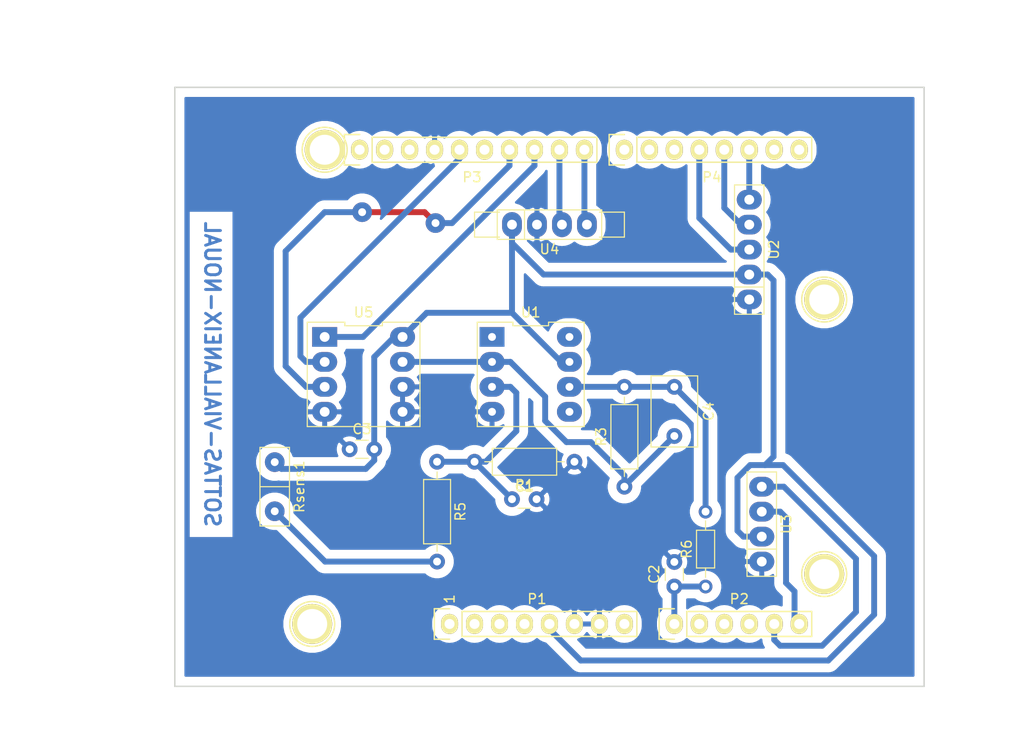
<source format=kicad_pcb>
(kicad_pcb (version 20171130) (host pcbnew "(5.1.10)-1")

  (general
    (thickness 1.6)
    (drawings 23)
    (tracks 107)
    (zones 0)
    (modules 22)
    (nets 42)
  )

  (page A4)
  (title_block
    (date "lun. 30 mars 2015")
  )

  (layers
    (0 F.Cu signal)
    (31 B.Cu signal)
    (32 B.Adhes user)
    (33 F.Adhes user)
    (34 B.Paste user)
    (35 F.Paste user)
    (36 B.SilkS user)
    (37 F.SilkS user)
    (38 B.Mask user)
    (39 F.Mask user)
    (40 Dwgs.User user)
    (41 Cmts.User user)
    (42 Eco1.User user)
    (43 Eco2.User user)
    (44 Edge.Cuts user)
    (45 Margin user)
    (46 B.CrtYd user)
    (47 F.CrtYd user)
    (48 B.Fab user)
    (49 F.Fab user)
  )

  (setup
    (last_trace_width 0.6)
    (user_trace_width 0.6)
    (trace_clearance 0.9)
    (zone_clearance 0.9)
    (zone_45_only no)
    (trace_min 0.4826)
    (via_size 0.6)
    (via_drill 0.4)
    (via_min_size 0.4)
    (via_min_drill 0.3)
    (uvia_size 0.3)
    (uvia_drill 0.1)
    (uvias_allowed no)
    (uvia_min_size 0.2)
    (uvia_min_drill 0.1)
    (edge_width 0.15)
    (segment_width 0.15)
    (pcb_text_width 0.3)
    (pcb_text_size 1.5 1.5)
    (mod_edge_width 0.15)
    (mod_text_size 1 1)
    (mod_text_width 0.15)
    (pad_size 2 2)
    (pad_drill 0.8)
    (pad_to_mask_clearance 0)
    (aux_axis_origin 110.998 126.365)
    (grid_origin 110.998 126.365)
    (visible_elements 7FFFFFFF)
    (pcbplotparams
      (layerselection 0x00020_fffffffe)
      (usegerberextensions false)
      (usegerberattributes true)
      (usegerberadvancedattributes true)
      (creategerberjobfile true)
      (excludeedgelayer true)
      (linewidth 0.100000)
      (plotframeref false)
      (viasonmask false)
      (mode 1)
      (useauxorigin false)
      (hpglpennumber 1)
      (hpglpenspeed 20)
      (hpglpendiameter 15.000000)
      (psnegative false)
      (psa4output false)
      (plotreference true)
      (plotvalue true)
      (plotinvisibletext false)
      (padsonsilk false)
      (subtractmaskfromsilk false)
      (outputformat 4)
      (mirror false)
      (drillshape 2)
      (scaleselection 1)
      (outputdirectory "//netapp2/sottas/Documents/TestKicad/Shield/PDF&Gerber version 2 avec digital potentiometer/"))
  )

  (net 0 "")
  (net 1 /IOREF)
  (net 2 /Reset)
  (net 3 +5V)
  (net 4 GND)
  (net 5 /Vin)
  (net 6 /A1)
  (net 7 /A2)
  (net 8 /A3)
  (net 9 /AREF)
  (net 10 /7)
  (net 11 "/6(**)")
  (net 12 "/5(**)")
  (net 13 "/1(Tx)")
  (net 14 "/0(Rx)")
  (net 15 "Net-(P5-Pad1)")
  (net 16 "Net-(P6-Pad1)")
  (net 17 "Net-(P7-Pad1)")
  (net 18 "Net-(P8-Pad1)")
  (net 19 "Net-(P1-Pad1)")
  (net 20 +3V3)
  (net 21 "/12(MISO)")
  (net 22 "Net-(U1-Pad8)")
  (net 23 "Net-(U1-Pad1)")
  (net 24 "Net-(U1-Pad5)")
  (net 25 "Net-(C1-Pad1)")
  (net 26 Vadc)
  (net 27 IN-)
  (net 28 "Net-(C4-Pad1)")
  (net 29 SDA)
  (net 30 SCL)
  (net 31 "Net-(P3-Pad1)")
  (net 32 "Net-(P3-Pad2)")
  (net 33 TXD)
  (net 34 RXD)
  (net 35 DT)
  (net 36 SW)
  (net 37 CLK)
  (net 38 "Net-(R5-Pad2)")
  (net 39 SCK)
  (net 40 SI)
  (net 41 CS)

  (net_class Default "This is the default net class."
    (clearance 0.9)
    (trace_width 0.6)
    (via_dia 0.6)
    (via_drill 0.4)
    (uvia_dia 0.3)
    (uvia_drill 0.1)
    (diff_pair_width 0.5)
    (diff_pair_gap 0.25)
    (add_net +3V3)
    (add_net +5V)
    (add_net "/0(Rx)")
    (add_net "/1(Tx)")
    (add_net "/12(MISO)")
    (add_net "/5(**)")
    (add_net "/6(**)")
    (add_net /7)
    (add_net /A1)
    (add_net /A2)
    (add_net /A3)
    (add_net /AREF)
    (add_net /IOREF)
    (add_net /Reset)
    (add_net /Vin)
    (add_net CLK)
    (add_net CS)
    (add_net DT)
    (add_net GND)
    (add_net IN-)
    (add_net "Net-(C1-Pad1)")
    (add_net "Net-(C4-Pad1)")
    (add_net "Net-(P1-Pad1)")
    (add_net "Net-(P3-Pad1)")
    (add_net "Net-(P3-Pad2)")
    (add_net "Net-(P5-Pad1)")
    (add_net "Net-(P6-Pad1)")
    (add_net "Net-(P7-Pad1)")
    (add_net "Net-(P8-Pad1)")
    (add_net "Net-(R5-Pad2)")
    (add_net "Net-(U1-Pad1)")
    (add_net "Net-(U1-Pad5)")
    (add_net "Net-(U1-Pad8)")
    (add_net RXD)
    (add_net SCK)
    (add_net SCL)
    (add_net SDA)
    (add_net SI)
    (add_net SW)
    (add_net TXD)
    (add_net Vadc)
  )

  (net_class 0.6 ""
    (clearance 0.6)
    (trace_width 0.6)
    (via_dia 0.6)
    (via_drill 0.4)
    (uvia_dia 0.3)
    (uvia_drill 0.1)
    (diff_pair_width 0.5)
    (diff_pair_gap 0.25)
  )

  (module Shield:LTC1050 (layer F.Cu) (tedit 62285B39) (tstamp 62228F0E)
    (at 147.193 98.425 270)
    (path /621F76F5)
    (fp_text reference U1 (at -6.31 0) (layer F.SilkS)
      (effects (font (size 1 1) (thickness 0.15)))
    )
    (fp_text value LTC1050-Test (at 0 0 90) (layer F.Fab)
      (effects (font (size 1 1) (thickness 0.15)))
    )
    (fp_line (start -5.06 5.19) (end -5.06 -5.19) (layer F.CrtYd) (width 0.05))
    (fp_line (start 5.06 5.19) (end -5.06 5.19) (layer F.CrtYd) (width 0.05))
    (fp_line (start 5.06 -5.19) (end 5.06 5.19) (layer F.CrtYd) (width 0.05))
    (fp_line (start -5.06 -5.19) (end 5.06 -5.19) (layer F.CrtYd) (width 0.05))
    (fp_line (start -5.31 1.812333) (end -5.31 5.437) (layer F.SilkS) (width 0.12))
    (fp_line (start -4.95 1.812333) (end -5.31 1.812333) (layer F.SilkS) (width 0.12))
    (fp_line (start -4.95 -1.812333) (end -4.95 1.812333) (layer F.SilkS) (width 0.12))
    (fp_line (start -5.31 -1.812333) (end -4.95 -1.812333) (layer F.SilkS) (width 0.12))
    (fp_line (start -5.31 -5.437) (end -5.31 -1.812333) (layer F.SilkS) (width 0.12))
    (fp_line (start 5.31 -5.437) (end -5.31 -5.437) (layer F.SilkS) (width 0.12))
    (fp_line (start 5.31 5.437) (end 5.31 -5.437) (layer F.SilkS) (width 0.12))
    (fp_line (start -5.31 5.437) (end 5.31 5.437) (layer F.SilkS) (width 0.12))
    (pad 8 thru_hole oval (at -3.81 -3.937 270) (size 2 2.54) (drill 0.8) (layers *.Cu *.Mask)
      (net 22 "Net-(U1-Pad8)"))
    (pad 1 thru_hole rect (at -3.81 3.937 270) (size 2 2.54) (drill 0.8) (layers *.Cu *.Mask)
      (net 23 "Net-(U1-Pad1)"))
    (pad 7 thru_hole oval (at -1.27 -3.937 270) (size 2 2.54) (drill 0.8) (layers *.Cu *.Mask)
      (net 3 +5V))
    (pad 2 thru_hole oval (at -1.27 3.937 270) (size 2 2.54) (drill 0.8) (layers *.Cu *.Mask)
      (net 27 IN-))
    (pad 6 thru_hole oval (at 1.27 -3.937 270) (size 2 2.54) (drill 0.8) (layers *.Cu *.Mask)
      (net 28 "Net-(C4-Pad1)"))
    (pad 3 thru_hole oval (at 1.27 3.937 270) (size 2 2.54) (drill 0.8) (layers *.Cu *.Mask)
      (net 25 "Net-(C1-Pad1)"))
    (pad 5 thru_hole oval (at 3.81 -3.937 270) (size 2 2.54) (drill 0.8) (layers *.Cu *.Mask)
      (net 24 "Net-(U1-Pad5)"))
    (pad 4 thru_hole oval (at 3.81 3.937 270) (size 2 2.54) (drill 0.8) (layers *.Cu *.Mask)
      (net 4 GND))
  )

  (module Socket_Arduino_Uno:Socket_Strip_Arduino_1x08 locked (layer F.Cu) (tedit 552168D2) (tstamp 551AF9EA)
    (at 138.938 123.825)
    (descr "Through hole socket strip")
    (tags "socket strip")
    (path /56D70129)
    (fp_text reference P1 (at 8.89 -2.54) (layer F.SilkS)
      (effects (font (size 1 1) (thickness 0.15)))
    )
    (fp_text value Power (at 8.89 -4.064) (layer F.Fab)
      (effects (font (size 1 1) (thickness 0.15)))
    )
    (fp_line (start -1.75 -1.75) (end -1.75 1.75) (layer F.CrtYd) (width 0.05))
    (fp_line (start 19.55 -1.75) (end 19.55 1.75) (layer F.CrtYd) (width 0.05))
    (fp_line (start -1.75 -1.75) (end 19.55 -1.75) (layer F.CrtYd) (width 0.05))
    (fp_line (start -1.75 1.75) (end 19.55 1.75) (layer F.CrtYd) (width 0.05))
    (fp_line (start 1.27 1.27) (end 19.05 1.27) (layer F.SilkS) (width 0.15))
    (fp_line (start 19.05 1.27) (end 19.05 -1.27) (layer F.SilkS) (width 0.15))
    (fp_line (start 19.05 -1.27) (end 1.27 -1.27) (layer F.SilkS) (width 0.15))
    (fp_line (start -1.55 1.55) (end 0 1.55) (layer F.SilkS) (width 0.15))
    (fp_line (start 1.27 1.27) (end 1.27 -1.27) (layer F.SilkS) (width 0.15))
    (fp_line (start 0 -1.55) (end -1.55 -1.55) (layer F.SilkS) (width 0.15))
    (fp_line (start -1.55 -1.55) (end -1.55 1.55) (layer F.SilkS) (width 0.15))
    (pad 1 thru_hole oval (at 0 0) (size 1.7272 2.032) (drill 1.016) (layers *.Cu *.Mask F.SilkS)
      (net 19 "Net-(P1-Pad1)"))
    (pad 2 thru_hole oval (at 2.54 0) (size 1.7272 2.032) (drill 1.016) (layers *.Cu *.Mask F.SilkS)
      (net 1 /IOREF))
    (pad 3 thru_hole oval (at 5.08 0) (size 1.7272 2.032) (drill 1.016) (layers *.Cu *.Mask F.SilkS)
      (net 2 /Reset))
    (pad 4 thru_hole oval (at 7.62 0) (size 1.7272 2.032) (drill 1.016) (layers *.Cu *.Mask F.SilkS)
      (net 20 +3V3))
    (pad 5 thru_hole oval (at 10.16 0) (size 1.7272 2.032) (drill 1.016) (layers *.Cu *.Mask F.SilkS)
      (net 3 +5V))
    (pad 6 thru_hole oval (at 12.7 0) (size 1.7272 2.032) (drill 1.016) (layers *.Cu *.Mask F.SilkS)
      (net 4 GND))
    (pad 7 thru_hole oval (at 15.24 0) (size 1.7272 2.032) (drill 1.016) (layers *.Cu *.Mask F.SilkS)
      (net 4 GND))
    (pad 8 thru_hole oval (at 17.78 0) (size 1.7272 2.032) (drill 1.016) (layers *.Cu *.Mask F.SilkS)
      (net 5 /Vin))
    (model ${KIPRJMOD}/Socket_Arduino_Uno.3dshapes/Socket_header_Arduino_1x08.wrl
      (offset (xyz 8.889999866485596 0 0))
      (scale (xyz 1 1 1))
      (rotate (xyz 0 0 180))
    )
  )

  (module Socket_Arduino_Uno:Socket_Strip_Arduino_1x06 locked (layer F.Cu) (tedit 552168D6) (tstamp 551AF9FF)
    (at 161.798 123.825)
    (descr "Through hole socket strip")
    (tags "socket strip")
    (path /56D70DD8)
    (fp_text reference P2 (at 6.604 -2.54) (layer F.SilkS)
      (effects (font (size 1 1) (thickness 0.15)))
    )
    (fp_text value Analog (at 6.604 -4.064) (layer F.Fab)
      (effects (font (size 1 1) (thickness 0.15)))
    )
    (fp_line (start -1.75 -1.75) (end -1.75 1.75) (layer F.CrtYd) (width 0.05))
    (fp_line (start 14.45 -1.75) (end 14.45 1.75) (layer F.CrtYd) (width 0.05))
    (fp_line (start -1.75 -1.75) (end 14.45 -1.75) (layer F.CrtYd) (width 0.05))
    (fp_line (start -1.75 1.75) (end 14.45 1.75) (layer F.CrtYd) (width 0.05))
    (fp_line (start 1.27 1.27) (end 13.97 1.27) (layer F.SilkS) (width 0.15))
    (fp_line (start 13.97 1.27) (end 13.97 -1.27) (layer F.SilkS) (width 0.15))
    (fp_line (start 13.97 -1.27) (end 1.27 -1.27) (layer F.SilkS) (width 0.15))
    (fp_line (start -1.55 1.55) (end 0 1.55) (layer F.SilkS) (width 0.15))
    (fp_line (start 1.27 1.27) (end 1.27 -1.27) (layer F.SilkS) (width 0.15))
    (fp_line (start 0 -1.55) (end -1.55 -1.55) (layer F.SilkS) (width 0.15))
    (fp_line (start -1.55 -1.55) (end -1.55 1.55) (layer F.SilkS) (width 0.15))
    (pad 1 thru_hole oval (at 0 0) (size 1.7272 2.032) (drill 1.016) (layers *.Cu *.Mask F.SilkS)
      (net 26 Vadc))
    (pad 2 thru_hole oval (at 2.54 0) (size 1.7272 2.032) (drill 1.016) (layers *.Cu *.Mask F.SilkS)
      (net 6 /A1))
    (pad 3 thru_hole oval (at 5.08 0) (size 1.7272 2.032) (drill 1.016) (layers *.Cu *.Mask F.SilkS)
      (net 7 /A2))
    (pad 4 thru_hole oval (at 7.62 0) (size 1.7272 2.032) (drill 1.016) (layers *.Cu *.Mask F.SilkS)
      (net 8 /A3))
    (pad 5 thru_hole oval (at 10.16 0) (size 1.7272 2.032) (drill 1.016) (layers *.Cu *.Mask F.SilkS)
      (net 29 SDA))
    (pad 6 thru_hole oval (at 12.7 0) (size 1.7272 2.032) (drill 1.016) (layers *.Cu *.Mask F.SilkS)
      (net 30 SCL))
    (model ${KIPRJMOD}/Socket_Arduino_Uno.3dshapes/Socket_header_Arduino_1x06.wrl
      (offset (xyz 6.349999904632568 0 0))
      (scale (xyz 1 1 1))
      (rotate (xyz 0 0 180))
    )
  )

  (module Socket_Arduino_Uno:Socket_Strip_Arduino_1x10 locked (layer F.Cu) (tedit 552168BF) (tstamp 551AFA18)
    (at 129.794 75.565)
    (descr "Through hole socket strip")
    (tags "socket strip")
    (path /56D721E0)
    (fp_text reference P3 (at 11.43 2.794) (layer F.SilkS)
      (effects (font (size 1 1) (thickness 0.15)))
    )
    (fp_text value Digital (at 11.43 4.318) (layer F.Fab)
      (effects (font (size 1 1) (thickness 0.15)))
    )
    (fp_line (start -1.75 -1.75) (end -1.75 1.75) (layer F.CrtYd) (width 0.05))
    (fp_line (start 24.65 -1.75) (end 24.65 1.75) (layer F.CrtYd) (width 0.05))
    (fp_line (start -1.75 -1.75) (end 24.65 -1.75) (layer F.CrtYd) (width 0.05))
    (fp_line (start -1.75 1.75) (end 24.65 1.75) (layer F.CrtYd) (width 0.05))
    (fp_line (start 1.27 1.27) (end 24.13 1.27) (layer F.SilkS) (width 0.15))
    (fp_line (start 24.13 1.27) (end 24.13 -1.27) (layer F.SilkS) (width 0.15))
    (fp_line (start 24.13 -1.27) (end 1.27 -1.27) (layer F.SilkS) (width 0.15))
    (fp_line (start -1.55 1.55) (end 0 1.55) (layer F.SilkS) (width 0.15))
    (fp_line (start 1.27 1.27) (end 1.27 -1.27) (layer F.SilkS) (width 0.15))
    (fp_line (start 0 -1.55) (end -1.55 -1.55) (layer F.SilkS) (width 0.15))
    (fp_line (start -1.55 -1.55) (end -1.55 1.55) (layer F.SilkS) (width 0.15))
    (pad 1 thru_hole oval (at 0 0) (size 1.7272 2.032) (drill 1.016) (layers *.Cu *.Mask F.SilkS)
      (net 31 "Net-(P3-Pad1)"))
    (pad 2 thru_hole oval (at 2.54 0) (size 1.7272 2.032) (drill 1.016) (layers *.Cu *.Mask F.SilkS)
      (net 32 "Net-(P3-Pad2)"))
    (pad 3 thru_hole oval (at 5.08 0) (size 1.7272 2.032) (drill 1.016) (layers *.Cu *.Mask F.SilkS)
      (net 9 /AREF))
    (pad 4 thru_hole oval (at 7.62 0) (size 1.7272 2.032) (drill 1.016) (layers *.Cu *.Mask F.SilkS)
      (net 4 GND))
    (pad 5 thru_hole oval (at 10.16 0) (size 1.7272 2.032) (drill 1.016) (layers *.Cu *.Mask F.SilkS)
      (net 39 SCK))
    (pad 6 thru_hole oval (at 12.7 0) (size 1.7272 2.032) (drill 1.016) (layers *.Cu *.Mask F.SilkS)
      (net 21 "/12(MISO)"))
    (pad 7 thru_hole oval (at 15.24 0) (size 1.7272 2.032) (drill 1.016) (layers *.Cu *.Mask F.SilkS)
      (net 40 SI))
    (pad 8 thru_hole oval (at 17.78 0) (size 1.7272 2.032) (drill 1.016) (layers *.Cu *.Mask F.SilkS)
      (net 41 CS))
    (pad 9 thru_hole oval (at 20.32 0) (size 1.7272 2.032) (drill 1.016) (layers *.Cu *.Mask F.SilkS)
      (net 33 TXD))
    (pad 10 thru_hole oval (at 22.86 0) (size 1.7272 2.032) (drill 1.016) (layers *.Cu *.Mask F.SilkS)
      (net 34 RXD))
    (model ${KIPRJMOD}/Socket_Arduino_Uno.3dshapes/Socket_header_Arduino_1x10.wrl
      (offset (xyz 11.42999982833862 0 0))
      (scale (xyz 1 1 1))
      (rotate (xyz 0 0 180))
    )
  )

  (module Socket_Arduino_Uno:Socket_Strip_Arduino_1x08 locked (layer F.Cu) (tedit 552168C7) (tstamp 551AFA2F)
    (at 156.718 75.565)
    (descr "Through hole socket strip")
    (tags "socket strip")
    (path /56D7164F)
    (fp_text reference P4 (at 8.89 2.794) (layer F.SilkS)
      (effects (font (size 1 1) (thickness 0.15)))
    )
    (fp_text value Digital (at 8.89 4.318) (layer F.Fab)
      (effects (font (size 1 1) (thickness 0.15)))
    )
    (fp_line (start -1.75 -1.75) (end -1.75 1.75) (layer F.CrtYd) (width 0.05))
    (fp_line (start 19.55 -1.75) (end 19.55 1.75) (layer F.CrtYd) (width 0.05))
    (fp_line (start -1.75 -1.75) (end 19.55 -1.75) (layer F.CrtYd) (width 0.05))
    (fp_line (start -1.75 1.75) (end 19.55 1.75) (layer F.CrtYd) (width 0.05))
    (fp_line (start 1.27 1.27) (end 19.05 1.27) (layer F.SilkS) (width 0.15))
    (fp_line (start 19.05 1.27) (end 19.05 -1.27) (layer F.SilkS) (width 0.15))
    (fp_line (start 19.05 -1.27) (end 1.27 -1.27) (layer F.SilkS) (width 0.15))
    (fp_line (start -1.55 1.55) (end 0 1.55) (layer F.SilkS) (width 0.15))
    (fp_line (start 1.27 1.27) (end 1.27 -1.27) (layer F.SilkS) (width 0.15))
    (fp_line (start 0 -1.55) (end -1.55 -1.55) (layer F.SilkS) (width 0.15))
    (fp_line (start -1.55 -1.55) (end -1.55 1.55) (layer F.SilkS) (width 0.15))
    (pad 1 thru_hole oval (at 0 0) (size 1.7272 2.032) (drill 1.016) (layers *.Cu *.Mask F.SilkS)
      (net 10 /7))
    (pad 2 thru_hole oval (at 2.54 0) (size 1.7272 2.032) (drill 1.016) (layers *.Cu *.Mask F.SilkS)
      (net 11 "/6(**)"))
    (pad 3 thru_hole oval (at 5.08 0) (size 1.7272 2.032) (drill 1.016) (layers *.Cu *.Mask F.SilkS)
      (net 12 "/5(**)"))
    (pad 4 thru_hole oval (at 7.62 0) (size 1.7272 2.032) (drill 1.016) (layers *.Cu *.Mask F.SilkS)
      (net 36 SW))
    (pad 5 thru_hole oval (at 10.16 0) (size 1.7272 2.032) (drill 1.016) (layers *.Cu *.Mask F.SilkS)
      (net 35 DT))
    (pad 6 thru_hole oval (at 12.7 0) (size 1.7272 2.032) (drill 1.016) (layers *.Cu *.Mask F.SilkS)
      (net 37 CLK))
    (pad 7 thru_hole oval (at 15.24 0) (size 1.7272 2.032) (drill 1.016) (layers *.Cu *.Mask F.SilkS)
      (net 13 "/1(Tx)"))
    (pad 8 thru_hole oval (at 17.78 0) (size 1.7272 2.032) (drill 1.016) (layers *.Cu *.Mask F.SilkS)
      (net 14 "/0(Rx)"))
    (model ${KIPRJMOD}/Socket_Arduino_Uno.3dshapes/Socket_header_Arduino_1x08.wrl
      (offset (xyz 8.889999866485596 0 0))
      (scale (xyz 1 1 1))
      (rotate (xyz 0 0 180))
    )
  )

  (module Shield:MCP41100 (layer F.Cu) (tedit 6231AAD0) (tstamp 6231BDA9)
    (at 130.198 98.425 270)
    (path /62355C97)
    (fp_text reference U5 (at -6.31 0) (layer F.SilkS)
      (effects (font (size 1 1) (thickness 0.15)))
    )
    (fp_text value MCP41100 (at 0 0 90) (layer F.Fab)
      (effects (font (size 1 1) (thickness 0.15)))
    )
    (fp_line (start -5.06 5.48) (end -5.06 -5.48) (layer F.CrtYd) (width 0.05))
    (fp_line (start 5.06 5.48) (end -5.06 5.48) (layer F.CrtYd) (width 0.05))
    (fp_line (start 5.06 -5.48) (end 5.06 5.48) (layer F.CrtYd) (width 0.05))
    (fp_line (start -5.06 -5.48) (end 5.06 -5.48) (layer F.CrtYd) (width 0.05))
    (fp_line (start -5.31 1.909999) (end -5.31 5.73) (layer F.SilkS) (width 0.12))
    (fp_line (start -4.95 1.909999) (end -5.31 1.909999) (layer F.SilkS) (width 0.12))
    (fp_line (start -4.95 -1.91) (end -4.95 1.909999) (layer F.SilkS) (width 0.12))
    (fp_line (start -5.31 -1.91) (end -4.95 -1.91) (layer F.SilkS) (width 0.12))
    (fp_line (start -5.31 -5.73) (end -5.31 -1.91) (layer F.SilkS) (width 0.12))
    (fp_line (start 5.31 -5.73) (end -5.31 -5.73) (layer F.SilkS) (width 0.12))
    (fp_line (start 5.31 5.73) (end 5.31 -5.73) (layer F.SilkS) (width 0.12))
    (fp_line (start -5.31 5.73) (end 5.31 5.73) (layer F.SilkS) (width 0.12))
    (pad 4 thru_hole oval (at 3.81 3.96 270) (size 2 2.54) (drill 1) (layers *.Cu *.Mask)
      (net 4 GND))
    (pad 5 thru_hole oval (at 3.81 -3.96 270) (size 2 2.54) (drill 1) (layers *.Cu *.Mask)
      (net 4 GND))
    (pad 3 thru_hole oval (at 1.27 3.96 270) (size 2 2.54) (drill 1) (layers *.Cu *.Mask)
      (net 40 SI))
    (pad 6 thru_hole oval (at 1.27 -3.96 270) (size 2 2.54) (drill 1) (layers *.Cu *.Mask)
      (net 4 GND))
    (pad 2 thru_hole oval (at -1.27 3.96 270) (size 2 2.54) (drill 1) (layers *.Cu *.Mask)
      (net 39 SCK))
    (pad 7 thru_hole oval (at -1.27 -3.96 270) (size 2 2.54) (drill 1) (layers *.Cu *.Mask)
      (net 27 IN-))
    (pad 1 thru_hole rect (at -3.81 3.96 270) (size 2 2.54) (drill 1) (layers *.Cu *.Mask)
      (net 41 CS))
    (pad 8 thru_hole oval (at -3.81 -3.96 270) (size 2 2.54) (drill 1) (layers *.Cu *.Mask)
      (net 3 +5V))
  )

  (module Shield:OLED (layer F.Cu) (tedit 622858C8) (tstamp 62228F31)
    (at 170.688 113.665 90)
    (path /6222C551)
    (fp_text reference U3 (at 0 2.5 90) (layer F.SilkS)
      (effects (font (size 1 1) (thickness 0.15)))
    )
    (fp_text value OLED (at 0 -2.5 90) (layer F.Fab)
      (effects (font (size 1 1) (thickness 0.15)))
    )
    (fp_line (start -5.06 1.25) (end -5.06 -1.25) (layer F.CrtYd) (width 0.05))
    (fp_line (start 5.06 1.25) (end -5.06 1.25) (layer F.CrtYd) (width 0.05))
    (fp_line (start 5.06 -1.25) (end 5.06 1.25) (layer F.CrtYd) (width 0.05))
    (fp_line (start -5.06 -1.25) (end 5.06 -1.25) (layer F.CrtYd) (width 0.05))
    (fp_line (start -2.54 -1.5) (end -2.54 1.5) (layer F.SilkS) (width 0.12))
    (fp_line (start -5.31 1.5) (end -5.31 -1.5) (layer F.SilkS) (width 0.12))
    (fp_line (start 5.31 1.5) (end -5.31 1.5) (layer F.SilkS) (width 0.12))
    (fp_line (start 5.31 -1.5) (end 5.31 1.5) (layer F.SilkS) (width 0.12))
    (fp_line (start -5.31 -1.5) (end 5.31 -1.5) (layer F.SilkS) (width 0.12))
    (pad 4 thru_hole oval (at 3.81 0 90) (size 2 2.54) (drill 1) (layers *.Cu *.Mask)
      (net 29 SDA))
    (pad 3 thru_hole oval (at 1.27 0 90) (size 2 2.54) (drill 1) (layers *.Cu *.Mask)
      (net 30 SCL))
    (pad 2 thru_hole oval (at -1.27 0 90) (size 2 2.54) (drill 1) (layers *.Cu *.Mask)
      (net 3 +5V))
    (pad 1 thru_hole oval (at -3.81 0 90) (size 2 2.54) (drill 1) (layers *.Cu *.Mask)
      (net 4 GND))
    (model "U:/Documents/TestKicad/Shield/4-Pin Header - Female - 2.54mm.step"
      (offset (xyz -3.85 0 0))
      (scale (xyz 1 1 1))
      (rotate (xyz -90 0 0))
    )
    (model "U:/Documents/TestKicad/Shield/STEP OLED Display 128x64.STEP"
      (offset (xyz 0 -12.2174 7.59968))
      (scale (xyz 1 1 1))
      (rotate (xyz 0 0 0))
    )
  )

  (module Shield:Bluetooth (layer F.Cu) (tedit 6228580D) (tstamp 62459B8F)
    (at 149.098 83.185)
    (path /6222D14C)
    (fp_text reference U4 (at 0 2.5) (layer F.SilkS)
      (effects (font (size 1 1) (thickness 0.15)))
    )
    (fp_text value Bluetooth (at 0 -2.5) (layer F.Fab)
      (effects (font (size 1 1) (thickness 0.15)))
    )
    (fp_line (start -5.08 -1.27) (end -7.62 -1.27) (layer F.SilkS) (width 0.12))
    (fp_line (start -7.62 -1.27) (end -7.62 1.27) (layer F.SilkS) (width 0.12))
    (fp_line (start -7.62 1.27) (end -5.08 1.27) (layer F.SilkS) (width 0.12))
    (fp_line (start 5.08 -1.27) (end 7.62 -1.27) (layer F.SilkS) (width 0.12))
    (fp_line (start 7.62 -1.27) (end 7.62 1.27) (layer F.SilkS) (width 0.12))
    (fp_line (start 7.62 1.27) (end 5.08 1.27) (layer F.SilkS) (width 0.12))
    (fp_line (start -5.06 1.25) (end -5.06 -1.25) (layer F.CrtYd) (width 0.05))
    (fp_line (start 5.06 1.25) (end -5.06 1.25) (layer F.CrtYd) (width 0.05))
    (fp_line (start 5.06 -1.25) (end 5.06 1.25) (layer F.CrtYd) (width 0.05))
    (fp_line (start -5.06 -1.25) (end 5.06 -1.25) (layer F.CrtYd) (width 0.05))
    (fp_line (start -2.54 -1.5) (end -2.54 1.5) (layer F.SilkS) (width 0.12))
    (fp_line (start -5.31 1.5) (end -5.31 -1.5) (layer F.SilkS) (width 0.12))
    (fp_line (start 5.31 1.5) (end -5.31 1.5) (layer F.SilkS) (width 0.12))
    (fp_line (start 5.31 -1.5) (end 5.31 1.5) (layer F.SilkS) (width 0.12))
    (fp_line (start -5.31 -1.5) (end 5.31 -1.5) (layer F.SilkS) (width 0.12))
    (pad 4 thru_hole oval (at 3.81 0) (size 2 2.54) (drill 1) (layers *.Cu *.Mask)
      (net 34 RXD))
    (pad 3 thru_hole oval (at 1.27 0) (size 2 2.54) (drill 1) (layers *.Cu *.Mask)
      (net 33 TXD))
    (pad 2 thru_hole oval (at -1.27 0) (size 2 2.54) (drill 1) (layers *.Cu *.Mask)
      (net 4 GND))
    (pad 1 thru_hole oval (at -3.81 0) (size 2 2.54) (drill 1) (layers *.Cu *.Mask)
      (net 3 +5V))
    (model "U:/Documents/TestKicad/Shield/4-Pin Header - Female - 2.54mm.step"
      (offset (xyz -3.85 0 0))
      (scale (xyz 1 1 1))
      (rotate (xyz -90 0 0))
    )
  )

  (module Shield:EncodeurRot (layer F.Cu) (tedit 62285886) (tstamp 62228F20)
    (at 169.418 85.725 90)
    (path /6222BCB3)
    (fp_text reference U2 (at 0 2.5 90) (layer F.SilkS)
      (effects (font (size 1 1) (thickness 0.15)))
    )
    (fp_text value EncodeurRot (at 0 -2.54 90) (layer F.Fab)
      (effects (font (size 1 1) (thickness 0.15)))
    )
    (fp_line (start -6.33 1.25) (end -6.33 -1.25) (layer F.CrtYd) (width 0.05))
    (fp_line (start 6.33 1.25) (end -6.33 1.25) (layer F.CrtYd) (width 0.05))
    (fp_line (start 6.33 -1.25) (end 6.33 1.25) (layer F.CrtYd) (width 0.05))
    (fp_line (start -6.33 -1.25) (end 6.33 -1.25) (layer F.CrtYd) (width 0.05))
    (fp_line (start -3.81 -1.5) (end -3.81 1.5) (layer F.SilkS) (width 0.12))
    (fp_line (start -6.58 1.5) (end -6.58 -1.5) (layer F.SilkS) (width 0.12))
    (fp_line (start 6.58 1.5) (end -6.58 1.5) (layer F.SilkS) (width 0.12))
    (fp_line (start 6.58 -1.5) (end 6.58 1.5) (layer F.SilkS) (width 0.12))
    (fp_line (start -6.58 -1.5) (end 6.58 -1.5) (layer F.SilkS) (width 0.12))
    (pad 5 thru_hole oval (at 5.08 0 90) (size 2 2.54) (drill 1) (layers *.Cu *.Mask)
      (net 37 CLK))
    (pad 4 thru_hole oval (at 2.54 0 90) (size 2 2.54) (drill 1) (layers *.Cu *.Mask)
      (net 35 DT))
    (pad 3 thru_hole oval (at 0 0 90) (size 2 2.54) (drill 1) (layers *.Cu *.Mask)
      (net 36 SW))
    (pad 2 thru_hole oval (at -2.54 0 90) (size 2 2.54) (drill 1) (layers *.Cu *.Mask)
      (net 3 +5V))
    (pad 1 thru_hole oval (at -5.08 0 90) (size 2 2.54) (drill 1) (layers *.Cu *.Mask)
      (net 4 GND))
    (model "U:/Documents/TestKicad/Shield/KY-040 Rotary Encoder.STEP"
      (offset (xyz -5 7 28.5))
      (scale (xyz 1 1 1))
      (rotate (xyz 180 0 0))
    )
  )

  (module Shield:Sensor (layer F.Cu) (tedit 62320D98) (tstamp 62228EF6)
    (at 121.158 109.855 90)
    (path /622155F5)
    (fp_text reference Rsens1 (at 0 2.5 90) (layer F.SilkS)
      (effects (font (size 1 1) (thickness 0.15)))
    )
    (fp_text value R (at 0 -2.5 90) (layer F.Fab)
      (effects (font (size 1 1) (thickness 0.15)))
    )
    (fp_line (start -4 -1.5) (end 4 -1.5) (layer F.SilkS) (width 0.12))
    (fp_line (start 4 -1.5) (end 4 1.5) (layer F.SilkS) (width 0.12))
    (fp_line (start 4 1.5) (end -4 1.5) (layer F.SilkS) (width 0.12))
    (fp_line (start -4 1.5) (end -4 -1.5) (layer F.SilkS) (width 0.12))
    (fp_line (start 0 -1.5) (end 0 1.5) (layer F.SilkS) (width 0.12))
    (fp_line (start -3.75 -1.25) (end 3.75 -1.25) (layer F.CrtYd) (width 0.05))
    (fp_line (start 3.75 -1.25) (end 3.75 1.25) (layer F.CrtYd) (width 0.05))
    (fp_line (start 3.75 1.25) (end -3.75 1.25) (layer F.CrtYd) (width 0.05))
    (fp_line (start -3.75 1.25) (end -3.75 -1.25) (layer F.CrtYd) (width 0.05))
    (pad 2 thru_hole circle (at 2.5 0 90) (size 2 2) (drill 0.8) (layers *.Cu *.Mask)
      (net 3 +5V))
    (pad 1 thru_hole circle (at -2.5 0 90) (size 2 2) (drill 0.8) (layers *.Cu *.Mask)
      (net 38 "Net-(R5-Pad2)"))
  )

  (module Resistor_THT:R_Axial_DIN0204_L3.6mm_D1.6mm_P7.62mm_Horizontal (layer F.Cu) (tedit 62320DE7) (tstamp 62228EE7)
    (at 164.973 120.015 90)
    (descr "Resistor, Axial_DIN0204 series, Axial, Horizontal, pin pitch=7.62mm, 0.167W, length*diameter=3.6*1.6mm^2, http://cdn-reichelt.de/documents/datenblatt/B400/1_4W%23YAG.pdf")
    (tags "Resistor Axial_DIN0204 series Axial Horizontal pin pitch 7.62mm 0.167W length 3.6mm diameter 1.6mm")
    (path /6220CA63)
    (fp_text reference R6 (at 3.81 -1.92 90) (layer F.SilkS)
      (effects (font (size 1 1) (thickness 0.15)))
    )
    (fp_text value 1k (at 3.81 1.92 90) (layer F.Fab)
      (effects (font (size 1 1) (thickness 0.15)))
    )
    (fp_line (start 2.01 -0.8) (end 2.01 0.8) (layer F.Fab) (width 0.1))
    (fp_line (start 2.01 0.8) (end 5.61 0.8) (layer F.Fab) (width 0.1))
    (fp_line (start 5.61 0.8) (end 5.61 -0.8) (layer F.Fab) (width 0.1))
    (fp_line (start 5.61 -0.8) (end 2.01 -0.8) (layer F.Fab) (width 0.1))
    (fp_line (start 0 0) (end 2.01 0) (layer F.Fab) (width 0.1))
    (fp_line (start 7.62 0) (end 5.61 0) (layer F.Fab) (width 0.1))
    (fp_line (start 1.89 -0.92) (end 1.89 0.92) (layer F.SilkS) (width 0.12))
    (fp_line (start 1.89 0.92) (end 5.73 0.92) (layer F.SilkS) (width 0.12))
    (fp_line (start 5.73 0.92) (end 5.73 -0.92) (layer F.SilkS) (width 0.12))
    (fp_line (start 5.73 -0.92) (end 1.89 -0.92) (layer F.SilkS) (width 0.12))
    (fp_line (start 0.94 0) (end 1.89 0) (layer F.SilkS) (width 0.12))
    (fp_line (start 6.68 0) (end 5.73 0) (layer F.SilkS) (width 0.12))
    (fp_line (start -0.95 -1.05) (end -0.95 1.05) (layer F.CrtYd) (width 0.05))
    (fp_line (start -0.95 1.05) (end 8.57 1.05) (layer F.CrtYd) (width 0.05))
    (fp_line (start 8.57 1.05) (end 8.57 -1.05) (layer F.CrtYd) (width 0.05))
    (fp_line (start 8.57 -1.05) (end -0.95 -1.05) (layer F.CrtYd) (width 0.05))
    (fp_text user %R (at 3.45 0 90) (layer F.Fab)
      (effects (font (size 0.72 0.72) (thickness 0.108)))
    )
    (pad 2 thru_hole oval (at 7.62 0 90) (size 1.4 1.4) (drill 0.8) (layers *.Cu *.Mask)
      (net 28 "Net-(C4-Pad1)"))
    (pad 1 thru_hole circle (at 0 0 90) (size 1.4 1.4) (drill 0.8) (layers *.Cu *.Mask)
      (net 26 Vadc))
    (model ${KISYS3DMOD}/Resistor_THT.3dshapes/R_Axial_DIN0204_L3.6mm_D1.6mm_P7.62mm_Horizontal.wrl
      (at (xyz 0 0 0))
      (scale (xyz 1 1 1))
      (rotate (xyz 0 0 0))
    )
  )

  (module Resistor_THT:R_Axial_DIN0207_L6.3mm_D2.5mm_P10.16mm_Horizontal (layer F.Cu) (tedit 62320DA0) (tstamp 62228ED0)
    (at 137.668 107.315 270)
    (descr "Resistor, Axial_DIN0207 series, Axial, Horizontal, pin pitch=10.16mm, 0.25W = 1/4W, length*diameter=6.3*2.5mm^2, http://cdn-reichelt.de/documents/datenblatt/B400/1_4W%23YAG.pdf")
    (tags "Resistor Axial_DIN0207 series Axial Horizontal pin pitch 10.16mm 0.25W = 1/4W length 6.3mm diameter 2.5mm")
    (path /6220C848)
    (fp_text reference R5 (at 5.08 -2.37 90) (layer F.SilkS)
      (effects (font (size 1 1) (thickness 0.15)))
    )
    (fp_text value 10k (at 5.08 2.37 90) (layer F.Fab)
      (effects (font (size 1 1) (thickness 0.15)))
    )
    (fp_line (start 1.93 -1.25) (end 1.93 1.25) (layer F.Fab) (width 0.1))
    (fp_line (start 1.93 1.25) (end 8.23 1.25) (layer F.Fab) (width 0.1))
    (fp_line (start 8.23 1.25) (end 8.23 -1.25) (layer F.Fab) (width 0.1))
    (fp_line (start 8.23 -1.25) (end 1.93 -1.25) (layer F.Fab) (width 0.1))
    (fp_line (start 0 0) (end 1.93 0) (layer F.Fab) (width 0.1))
    (fp_line (start 10.16 0) (end 8.23 0) (layer F.Fab) (width 0.1))
    (fp_line (start 1.81 -1.37) (end 1.81 1.37) (layer F.SilkS) (width 0.12))
    (fp_line (start 1.81 1.37) (end 8.35 1.37) (layer F.SilkS) (width 0.12))
    (fp_line (start 8.35 1.37) (end 8.35 -1.37) (layer F.SilkS) (width 0.12))
    (fp_line (start 8.35 -1.37) (end 1.81 -1.37) (layer F.SilkS) (width 0.12))
    (fp_line (start 1.04 0) (end 1.81 0) (layer F.SilkS) (width 0.12))
    (fp_line (start 9.12 0) (end 8.35 0) (layer F.SilkS) (width 0.12))
    (fp_line (start -1.05 -1.5) (end -1.05 1.5) (layer F.CrtYd) (width 0.05))
    (fp_line (start -1.05 1.5) (end 11.21 1.5) (layer F.CrtYd) (width 0.05))
    (fp_line (start 11.21 1.5) (end 11.21 -1.5) (layer F.CrtYd) (width 0.05))
    (fp_line (start 11.21 -1.5) (end -1.05 -1.5) (layer F.CrtYd) (width 0.05))
    (fp_text user %R (at 2.54 3.175 90) (layer F.Fab)
      (effects (font (size 1 1) (thickness 0.15)))
    )
    (pad 2 thru_hole oval (at 10.16 0 270) (size 1.6 1.6) (drill 0.8) (layers *.Cu *.Mask)
      (net 38 "Net-(R5-Pad2)"))
    (pad 1 thru_hole circle (at 0 0 270) (size 1.6 1.6) (drill 0.8) (layers *.Cu *.Mask)
      (net 25 "Net-(C1-Pad1)"))
    (model ${KISYS3DMOD}/Resistor_THT.3dshapes/R_Axial_DIN0207_L6.3mm_D2.5mm_P10.16mm_Horizontal.wrl
      (at (xyz 0 0 0))
      (scale (xyz 1 1 1))
      (rotate (xyz 0 0 0))
    )
  )

  (module Resistor_THT:R_Axial_DIN0207_L6.3mm_D2.5mm_P10.16mm_Horizontal (layer F.Cu) (tedit 62320D5E) (tstamp 62228EB9)
    (at 156.718 109.855 90)
    (descr "Resistor, Axial_DIN0207 series, Axial, Horizontal, pin pitch=10.16mm, 0.25W = 1/4W, length*diameter=6.3*2.5mm^2, http://cdn-reichelt.de/documents/datenblatt/B400/1_4W%23YAG.pdf")
    (tags "Resistor Axial_DIN0207 series Axial Horizontal pin pitch 10.16mm 0.25W = 1/4W length 6.3mm diameter 2.5mm")
    (path /6220C570)
    (fp_text reference R3 (at 5.08 -2.37 90) (layer F.SilkS)
      (effects (font (size 1 1) (thickness 0.15)))
    )
    (fp_text value 100k (at 5.08 2.37 90) (layer F.Fab)
      (effects (font (size 1 1) (thickness 0.15)))
    )
    (fp_line (start 1.93 -1.25) (end 1.93 1.25) (layer F.Fab) (width 0.1))
    (fp_line (start 1.93 1.25) (end 8.23 1.25) (layer F.Fab) (width 0.1))
    (fp_line (start 8.23 1.25) (end 8.23 -1.25) (layer F.Fab) (width 0.1))
    (fp_line (start 8.23 -1.25) (end 1.93 -1.25) (layer F.Fab) (width 0.1))
    (fp_line (start 0 0) (end 1.93 0) (layer F.Fab) (width 0.1))
    (fp_line (start 10.16 0) (end 8.23 0) (layer F.Fab) (width 0.1))
    (fp_line (start 1.81 -1.37) (end 1.81 1.37) (layer F.SilkS) (width 0.12))
    (fp_line (start 1.81 1.37) (end 8.35 1.37) (layer F.SilkS) (width 0.12))
    (fp_line (start 8.35 1.37) (end 8.35 -1.37) (layer F.SilkS) (width 0.12))
    (fp_line (start 8.35 -1.37) (end 1.81 -1.37) (layer F.SilkS) (width 0.12))
    (fp_line (start 1.04 0) (end 1.81 0) (layer F.SilkS) (width 0.12))
    (fp_line (start 9.12 0) (end 8.35 0) (layer F.SilkS) (width 0.12))
    (fp_line (start -1.05 -1.5) (end -1.05 1.5) (layer F.CrtYd) (width 0.05))
    (fp_line (start -1.05 1.5) (end 11.21 1.5) (layer F.CrtYd) (width 0.05))
    (fp_line (start 11.21 1.5) (end 11.21 -1.5) (layer F.CrtYd) (width 0.05))
    (fp_line (start 11.21 -1.5) (end -1.05 -1.5) (layer F.CrtYd) (width 0.05))
    (fp_text user %R (at 5.08 0 90) (layer F.Fab)
      (effects (font (size 1 1) (thickness 0.15)))
    )
    (pad 2 thru_hole oval (at 10.16 0 90) (size 1.6 1.6) (drill 0.8) (layers *.Cu *.Mask)
      (net 28 "Net-(C4-Pad1)"))
    (pad 1 thru_hole circle (at 0 0 90) (size 1.6 1.6) (drill 0.8) (layers *.Cu *.Mask)
      (net 27 IN-))
    (model ${KISYS3DMOD}/Resistor_THT.3dshapes/R_Axial_DIN0207_L6.3mm_D2.5mm_P10.16mm_Horizontal.wrl
      (at (xyz 0 0 0))
      (scale (xyz 1 1 1))
      (rotate (xyz 0 0 0))
    )
  )

  (module Resistor_THT:R_Axial_DIN0207_L6.3mm_D2.5mm_P10.16mm_Horizontal (layer F.Cu) (tedit 5AE5139B) (tstamp 62228E8B)
    (at 151.638 107.315 180)
    (descr "Resistor, Axial_DIN0207 series, Axial, Horizontal, pin pitch=10.16mm, 0.25W = 1/4W, length*diameter=6.3*2.5mm^2, http://cdn-reichelt.de/documents/datenblatt/B400/1_4W%23YAG.pdf")
    (tags "Resistor Axial_DIN0207 series Axial Horizontal pin pitch 10.16mm 0.25W = 1/4W length 6.3mm diameter 2.5mm")
    (path /6220AFA1)
    (fp_text reference R1 (at 5.08 -2.37) (layer F.SilkS)
      (effects (font (size 1 1) (thickness 0.15)))
    )
    (fp_text value 100k (at 5.08 2.37) (layer F.Fab)
      (effects (font (size 1 1) (thickness 0.15)))
    )
    (fp_line (start 1.93 -1.25) (end 1.93 1.25) (layer F.Fab) (width 0.1))
    (fp_line (start 1.93 1.25) (end 8.23 1.25) (layer F.Fab) (width 0.1))
    (fp_line (start 8.23 1.25) (end 8.23 -1.25) (layer F.Fab) (width 0.1))
    (fp_line (start 8.23 -1.25) (end 1.93 -1.25) (layer F.Fab) (width 0.1))
    (fp_line (start 0 0) (end 1.93 0) (layer F.Fab) (width 0.1))
    (fp_line (start 10.16 0) (end 8.23 0) (layer F.Fab) (width 0.1))
    (fp_line (start 1.81 -1.37) (end 1.81 1.37) (layer F.SilkS) (width 0.12))
    (fp_line (start 1.81 1.37) (end 8.35 1.37) (layer F.SilkS) (width 0.12))
    (fp_line (start 8.35 1.37) (end 8.35 -1.37) (layer F.SilkS) (width 0.12))
    (fp_line (start 8.35 -1.37) (end 1.81 -1.37) (layer F.SilkS) (width 0.12))
    (fp_line (start 1.04 0) (end 1.81 0) (layer F.SilkS) (width 0.12))
    (fp_line (start 9.12 0) (end 8.35 0) (layer F.SilkS) (width 0.12))
    (fp_line (start -1.05 -1.5) (end -1.05 1.5) (layer F.CrtYd) (width 0.05))
    (fp_line (start -1.05 1.5) (end 11.21 1.5) (layer F.CrtYd) (width 0.05))
    (fp_line (start 11.21 1.5) (end 11.21 -1.5) (layer F.CrtYd) (width 0.05))
    (fp_line (start 11.21 -1.5) (end -1.05 -1.5) (layer F.CrtYd) (width 0.05))
    (fp_text user %R (at 5.08 0) (layer F.Fab)
      (effects (font (size 1 1) (thickness 0.15)))
    )
    (pad 2 thru_hole oval (at 10.16 0 180) (size 1.6 1.6) (drill 0.8) (layers *.Cu *.Mask)
      (net 25 "Net-(C1-Pad1)"))
    (pad 1 thru_hole circle (at 0 0 180) (size 1.6 1.6) (drill 0.8) (layers *.Cu *.Mask)
      (net 4 GND))
    (model ${KISYS3DMOD}/Resistor_THT.3dshapes/R_Axial_DIN0207_L6.3mm_D2.5mm_P10.16mm_Horizontal.wrl
      (at (xyz 0 0 0))
      (scale (xyz 1 1 1))
      (rotate (xyz 0 0 0))
    )
  )

  (module Capacitor_THT:C_Rect_L7.0mm_W4.5mm_P5.00mm (layer F.Cu) (tedit 5AE50EF0) (tstamp 62228D9C)
    (at 161.798 99.695 270)
    (descr "C, Rect series, Radial, pin pitch=5.00mm, , length*width=7*4.5mm^2, Capacitor")
    (tags "C Rect series Radial pin pitch 5.00mm  length 7mm width 4.5mm Capacitor")
    (path /6220DD8A)
    (fp_text reference C4 (at 2.5 -3.5 90) (layer F.SilkS)
      (effects (font (size 1 1) (thickness 0.15)))
    )
    (fp_text value 1u (at 2.5 3.5 90) (layer F.Fab)
      (effects (font (size 1 1) (thickness 0.15)))
    )
    (fp_line (start -1 -2.25) (end -1 2.25) (layer F.Fab) (width 0.1))
    (fp_line (start -1 2.25) (end 6 2.25) (layer F.Fab) (width 0.1))
    (fp_line (start 6 2.25) (end 6 -2.25) (layer F.Fab) (width 0.1))
    (fp_line (start 6 -2.25) (end -1 -2.25) (layer F.Fab) (width 0.1))
    (fp_line (start -1.12 -2.37) (end 6.12 -2.37) (layer F.SilkS) (width 0.12))
    (fp_line (start -1.12 2.37) (end 6.12 2.37) (layer F.SilkS) (width 0.12))
    (fp_line (start -1.12 -2.37) (end -1.12 2.37) (layer F.SilkS) (width 0.12))
    (fp_line (start 6.12 -2.37) (end 6.12 2.37) (layer F.SilkS) (width 0.12))
    (fp_line (start -1.25 -2.5) (end -1.25 2.5) (layer F.CrtYd) (width 0.05))
    (fp_line (start -1.25 2.5) (end 6.25 2.5) (layer F.CrtYd) (width 0.05))
    (fp_line (start 6.25 2.5) (end 6.25 -2.5) (layer F.CrtYd) (width 0.05))
    (fp_line (start 6.25 -2.5) (end -1.25 -2.5) (layer F.CrtYd) (width 0.05))
    (fp_text user %R (at 2.5 0 90) (layer F.Fab)
      (effects (font (size 1 1) (thickness 0.15)))
    )
    (pad 2 thru_hole circle (at 5 0 270) (size 1.6 1.6) (drill 0.8) (layers *.Cu *.Mask)
      (net 27 IN-))
    (pad 1 thru_hole circle (at 0 0 270) (size 1.6 1.6) (drill 0.8) (layers *.Cu *.Mask)
      (net 28 "Net-(C4-Pad1)"))
    (model ${KISYS3DMOD}/Capacitor_THT.3dshapes/C_Rect_L7.0mm_W4.5mm_P5.00mm.wrl
      (at (xyz 0 0 0))
      (scale (xyz 1 1 1))
      (rotate (xyz 0 0 0))
    )
  )

  (module Capacitor_THT:C_Disc_D3.0mm_W1.6mm_P2.50mm (layer F.Cu) (tedit 5AE50EF0) (tstamp 62228D89)
    (at 128.778 106.045)
    (descr "C, Disc series, Radial, pin pitch=2.50mm, , diameter*width=3.0*1.6mm^2, Capacitor, http://www.vishay.com/docs/45233/krseries.pdf")
    (tags "C Disc series Radial pin pitch 2.50mm  diameter 3.0mm width 1.6mm Capacitor")
    (path /6220DB57)
    (fp_text reference C3 (at 1.25 -2.05) (layer F.SilkS)
      (effects (font (size 1 1) (thickness 0.15)))
    )
    (fp_text value 100n (at 1.25 2.05) (layer F.Fab)
      (effects (font (size 1 1) (thickness 0.15)))
    )
    (fp_line (start -0.25 -0.8) (end -0.25 0.8) (layer F.Fab) (width 0.1))
    (fp_line (start -0.25 0.8) (end 2.75 0.8) (layer F.Fab) (width 0.1))
    (fp_line (start 2.75 0.8) (end 2.75 -0.8) (layer F.Fab) (width 0.1))
    (fp_line (start 2.75 -0.8) (end -0.25 -0.8) (layer F.Fab) (width 0.1))
    (fp_line (start 0.621 -0.92) (end 1.879 -0.92) (layer F.SilkS) (width 0.12))
    (fp_line (start 0.621 0.92) (end 1.879 0.92) (layer F.SilkS) (width 0.12))
    (fp_line (start -1.05 -1.05) (end -1.05 1.05) (layer F.CrtYd) (width 0.05))
    (fp_line (start -1.05 1.05) (end 3.55 1.05) (layer F.CrtYd) (width 0.05))
    (fp_line (start 3.55 1.05) (end 3.55 -1.05) (layer F.CrtYd) (width 0.05))
    (fp_line (start 3.55 -1.05) (end -1.05 -1.05) (layer F.CrtYd) (width 0.05))
    (fp_text user %R (at 1.27 0) (layer F.Fab)
      (effects (font (size 0.6 0.6) (thickness 0.09)))
    )
    (pad 2 thru_hole circle (at 2.5 0) (size 1.6 1.6) (drill 0.8) (layers *.Cu *.Mask)
      (net 3 +5V))
    (pad 1 thru_hole circle (at 0 0) (size 1.6 1.6) (drill 0.8) (layers *.Cu *.Mask)
      (net 4 GND))
    (model ${KISYS3DMOD}/Capacitor_THT.3dshapes/C_Disc_D3.0mm_W1.6mm_P2.50mm.wrl
      (at (xyz 0 0 0))
      (scale (xyz 1 1 1))
      (rotate (xyz 0 0 0))
    )
  )

  (module Capacitor_THT:C_Disc_D3.0mm_W1.6mm_P2.50mm (layer F.Cu) (tedit 5AE50EF0) (tstamp 62228D78)
    (at 161.798 120.015 90)
    (descr "C, Disc series, Radial, pin pitch=2.50mm, , diameter*width=3.0*1.6mm^2, Capacitor, http://www.vishay.com/docs/45233/krseries.pdf")
    (tags "C Disc series Radial pin pitch 2.50mm  diameter 3.0mm width 1.6mm Capacitor")
    (path /6220D6F4)
    (fp_text reference C2 (at 1.25 -2.05 90) (layer F.SilkS)
      (effects (font (size 1 1) (thickness 0.15)))
    )
    (fp_text value 100n (at 1.25 2.05 90) (layer F.Fab)
      (effects (font (size 1 1) (thickness 0.15)))
    )
    (fp_line (start -0.25 -0.8) (end -0.25 0.8) (layer F.Fab) (width 0.1))
    (fp_line (start -0.25 0.8) (end 2.75 0.8) (layer F.Fab) (width 0.1))
    (fp_line (start 2.75 0.8) (end 2.75 -0.8) (layer F.Fab) (width 0.1))
    (fp_line (start 2.75 -0.8) (end -0.25 -0.8) (layer F.Fab) (width 0.1))
    (fp_line (start 0.621 -0.92) (end 1.879 -0.92) (layer F.SilkS) (width 0.12))
    (fp_line (start 0.621 0.92) (end 1.879 0.92) (layer F.SilkS) (width 0.12))
    (fp_line (start -1.05 -1.05) (end -1.05 1.05) (layer F.CrtYd) (width 0.05))
    (fp_line (start -1.05 1.05) (end 3.55 1.05) (layer F.CrtYd) (width 0.05))
    (fp_line (start 3.55 1.05) (end 3.55 -1.05) (layer F.CrtYd) (width 0.05))
    (fp_line (start 3.55 -1.05) (end -1.05 -1.05) (layer F.CrtYd) (width 0.05))
    (fp_text user %R (at 1.25 0 90) (layer F.Fab)
      (effects (font (size 0.6 0.6) (thickness 0.09)))
    )
    (pad 2 thru_hole circle (at 2.5 0 90) (size 1.6 1.6) (drill 0.8) (layers *.Cu *.Mask)
      (net 4 GND))
    (pad 1 thru_hole circle (at 0 0 90) (size 1.6 1.6) (drill 0.8) (layers *.Cu *.Mask)
      (net 26 Vadc))
    (model ${KISYS3DMOD}/Capacitor_THT.3dshapes/C_Disc_D3.0mm_W1.6mm_P2.50mm.wrl
      (at (xyz 0 0 0))
      (scale (xyz 1 1 1))
      (rotate (xyz 0 0 0))
    )
  )

  (module Capacitor_THT:C_Disc_D3.0mm_W1.6mm_P2.50mm (layer F.Cu) (tedit 5AE50EF0) (tstamp 62228D67)
    (at 145.288 111.125)
    (descr "C, Disc series, Radial, pin pitch=2.50mm, , diameter*width=3.0*1.6mm^2, Capacitor, http://www.vishay.com/docs/45233/krseries.pdf")
    (tags "C Disc series Radial pin pitch 2.50mm  diameter 3.0mm width 1.6mm Capacitor")
    (path /6220D1C1)
    (fp_text reference C1 (at 1.25 -1.27) (layer F.SilkS)
      (effects (font (size 1 1) (thickness 0.15)))
    )
    (fp_text value 100n (at 5.04 0) (layer F.Fab)
      (effects (font (size 1 1) (thickness 0.15)))
    )
    (fp_line (start -0.25 -0.8) (end -0.25 0.8) (layer F.Fab) (width 0.1))
    (fp_line (start -0.25 0.8) (end 2.75 0.8) (layer F.Fab) (width 0.1))
    (fp_line (start 2.75 0.8) (end 2.75 -0.8) (layer F.Fab) (width 0.1))
    (fp_line (start 2.75 -0.8) (end -0.25 -0.8) (layer F.Fab) (width 0.1))
    (fp_line (start 0.621 -0.92) (end 1.879 -0.92) (layer F.SilkS) (width 0.12))
    (fp_line (start 0.621 0.92) (end 1.879 0.92) (layer F.SilkS) (width 0.12))
    (fp_line (start -1.05 -1.05) (end -1.05 1.05) (layer F.CrtYd) (width 0.05))
    (fp_line (start -1.05 1.05) (end 3.55 1.05) (layer F.CrtYd) (width 0.05))
    (fp_line (start 3.55 1.05) (end 3.55 -1.05) (layer F.CrtYd) (width 0.05))
    (fp_line (start 3.55 -1.05) (end -1.05 -1.05) (layer F.CrtYd) (width 0.05))
    (fp_text user %R (at 1.23 0) (layer F.Fab)
      (effects (font (size 0.6 0.6) (thickness 0.09)))
    )
    (pad 2 thru_hole circle (at 2.5 0) (size 1.6 1.6) (drill 0.8) (layers *.Cu *.Mask)
      (net 4 GND))
    (pad 1 thru_hole circle (at 0 0) (size 1.6 1.6) (drill 0.8) (layers *.Cu *.Mask)
      (net 25 "Net-(C1-Pad1)"))
    (model ${KISYS3DMOD}/Capacitor_THT.3dshapes/C_Disc_D3.0mm_W1.6mm_P2.50mm.wrl
      (at (xyz 0 0 0))
      (scale (xyz 1 1 1))
      (rotate (xyz 0 0 0))
    )
  )

  (module Socket_Arduino_Uno:Arduino_1pin locked (layer F.Cu) (tedit 5524FC39) (tstamp 5524FC3F)
    (at 124.968 123.825)
    (descr "module 1 pin (ou trou mecanique de percage)")
    (tags DEV)
    (path /56D71177)
    (fp_text reference P5 (at 0 -3.048) (layer F.SilkS) hide
      (effects (font (size 1 1) (thickness 0.15)))
    )
    (fp_text value CONN_01X01 (at 0 2.794) (layer F.Fab) hide
      (effects (font (size 1 1) (thickness 0.15)))
    )
    (fp_circle (center 0 0) (end 0 -2.286) (layer F.SilkS) (width 0.15))
    (pad 1 thru_hole circle (at 0 0) (size 4.064 4.064) (drill 3.048) (layers *.Cu *.Mask F.SilkS)
      (net 15 "Net-(P5-Pad1)"))
  )

  (module Socket_Arduino_Uno:Arduino_1pin locked (layer F.Cu) (tedit 5524FC4A) (tstamp 5524FC44)
    (at 177.038 118.745)
    (descr "module 1 pin (ou trou mecanique de percage)")
    (tags DEV)
    (path /56D71274)
    (fp_text reference P6 (at 0 -3.048) (layer F.SilkS) hide
      (effects (font (size 1 1) (thickness 0.15)))
    )
    (fp_text value CONN_01X01 (at 0 2.794) (layer F.Fab) hide
      (effects (font (size 1 1) (thickness 0.15)))
    )
    (fp_circle (center 0 0) (end 0 -2.286) (layer F.SilkS) (width 0.15))
    (pad 1 thru_hole circle (at 0 0) (size 4.064 4.064) (drill 3.048) (layers *.Cu *.Mask F.SilkS)
      (net 16 "Net-(P6-Pad1)"))
  )

  (module Socket_Arduino_Uno:Arduino_1pin locked (layer F.Cu) (tedit 5524FC2F) (tstamp 5524FC49)
    (at 126.238 75.565)
    (descr "module 1 pin (ou trou mecanique de percage)")
    (tags DEV)
    (path /56D712A8)
    (fp_text reference P7 (at 0 -3.048) (layer F.SilkS) hide
      (effects (font (size 1 1) (thickness 0.15)))
    )
    (fp_text value CONN_01X01 (at 0 2.794) (layer F.Fab) hide
      (effects (font (size 1 1) (thickness 0.15)))
    )
    (fp_circle (center 0 0) (end 0 -2.286) (layer F.SilkS) (width 0.15))
    (pad 1 thru_hole circle (at 0 0) (size 4.064 4.064) (drill 3.048) (layers *.Cu *.Mask F.SilkS)
      (net 17 "Net-(P7-Pad1)"))
  )

  (module Socket_Arduino_Uno:Arduino_1pin locked (layer F.Cu) (tedit 5524FC41) (tstamp 5524FC4E)
    (at 177.038 90.805)
    (descr "module 1 pin (ou trou mecanique de percage)")
    (tags DEV)
    (path /56D712DB)
    (fp_text reference P8 (at 0 -3.048) (layer F.SilkS) hide
      (effects (font (size 1 1) (thickness 0.15)))
    )
    (fp_text value CONN_01X01 (at 0 2.794) (layer F.Fab) hide
      (effects (font (size 1 1) (thickness 0.15)))
    )
    (fp_circle (center 0 0) (end 0 -2.286) (layer F.SilkS) (width 0.15))
    (pad 1 thru_hole circle (at 0 0) (size 4.064 4.064) (drill 3.048) (layers *.Cu *.Mask F.SilkS)
      (net 18 "Net-(P8-Pad1)"))
  )

  (gr_text SOTTAS-VIALLANEIX-NOUAL (at 114.808 98.425 -90) (layer B.Cu)
    (effects (font (size 1.5 1.5) (thickness 0.3)) (justify mirror))
  )
  (gr_text 1 (at 138.938 121.285 90) (layer F.SilkS)
    (effects (font (size 1 1) (thickness 0.15)))
  )
  (gr_circle (center 117.348 76.962) (end 118.618 76.962) (layer Dwgs.User) (width 0.15))
  (gr_line (start 114.427 78.994) (end 114.427 74.93) (angle 90) (layer Dwgs.User) (width 0.15))
  (gr_line (start 120.269 78.994) (end 114.427 78.994) (angle 90) (layer Dwgs.User) (width 0.15))
  (gr_line (start 120.269 74.93) (end 120.269 78.994) (angle 90) (layer Dwgs.User) (width 0.15))
  (gr_line (start 114.427 74.93) (end 120.269 74.93) (angle 90) (layer Dwgs.User) (width 0.15))
  (gr_line (start 120.523 93.98) (end 104.648 93.98) (angle 90) (layer Dwgs.User) (width 0.15))
  (gr_line (start 187.198 130.175) (end 187.198 69.215) (angle 90) (layer Edge.Cuts) (width 0.15))
  (gr_line (start 110.998 130.175) (end 187.198 130.175) (angle 90) (layer Edge.Cuts) (width 0.15))
  (gr_line (start 110.998 69.215) (end 110.998 130.175) (angle 90) (layer Edge.Cuts) (width 0.15))
  (gr_line (start 187.198 69.215) (end 110.998 69.215) (angle 90) (layer Edge.Cuts) (width 0.15))
  (gr_line (start 173.355 102.235) (end 173.355 94.615) (angle 90) (layer Dwgs.User) (width 0.15))
  (gr_line (start 178.435 102.235) (end 173.355 102.235) (angle 90) (layer Dwgs.User) (width 0.15))
  (gr_line (start 178.435 94.615) (end 178.435 102.235) (angle 90) (layer Dwgs.User) (width 0.15))
  (gr_line (start 173.355 94.615) (end 178.435 94.615) (angle 90) (layer Dwgs.User) (width 0.15))
  (gr_line (start 109.093 123.19) (end 109.093 114.3) (angle 90) (layer Dwgs.User) (width 0.15))
  (gr_line (start 122.428 123.19) (end 109.093 123.19) (angle 90) (layer Dwgs.User) (width 0.15))
  (gr_line (start 122.428 114.3) (end 122.428 123.19) (angle 90) (layer Dwgs.User) (width 0.15))
  (gr_line (start 109.093 114.3) (end 122.428 114.3) (angle 90) (layer Dwgs.User) (width 0.15))
  (gr_line (start 104.648 93.98) (end 104.648 82.55) (angle 90) (layer Dwgs.User) (width 0.15))
  (gr_line (start 120.523 82.55) (end 120.523 93.98) (angle 90) (layer Dwgs.User) (width 0.15))
  (gr_line (start 104.648 82.55) (end 120.523 82.55) (angle 90) (layer Dwgs.User) (width 0.15))

  (segment (start 150.854402 97.79) (end 151.13 97.79) (width 0.6) (layer B.Cu) (net 3))
  (segment (start 145.288 92.154283) (end 145.288 83.185) (width 0.6) (layer B.Cu) (net 3))
  (segment (start 150.288717 97.155) (end 145.288 92.154283) (width 0.6) (layer B.Cu) (net 3))
  (segment (start 151.13 97.155) (end 150.288717 97.155) (width 0.6) (layer B.Cu) (net 3))
  (segment (start 145.288 85.055) (end 145.288 83.185) (width 0.6) (layer B.Cu) (net 3))
  (segment (start 148.498 88.265) (end 145.288 85.055) (width 0.6) (layer B.Cu) (net 3))
  (segment (start 169.418 88.265) (end 148.498 88.265) (width 0.6) (layer B.Cu) (net 3))
  (segment (start 177.450179 127.541019) (end 182.118 122.873198) (width 0.6) (layer B.Cu) (net 3))
  (segment (start 152.283234 127.541019) (end 177.450179 127.541019) (width 0.6) (layer B.Cu) (net 3))
  (segment (start 149.098 124.355785) (end 152.283234 127.541019) (width 0.6) (layer B.Cu) (net 3))
  (segment (start 149.098 123.825) (end 149.098 124.355785) (width 0.6) (layer B.Cu) (net 3))
  (segment (start 168.818 114.935) (end 170.688 114.935) (width 0.6) (layer B.Cu) (net 3))
  (segment (start 168.21799 114.33499) (end 168.818 114.935) (width 0.6) (layer B.Cu) (net 3))
  (segment (start 168.21799 108.943727) (end 168.21799 114.33499) (width 0.6) (layer B.Cu) (net 3))
  (segment (start 169.506727 107.65499) (end 168.21799 108.943727) (width 0.6) (layer B.Cu) (net 3))
  (segment (start 182.118 116.920304) (end 172.852686 107.65499) (width 0.6) (layer B.Cu) (net 3))
  (segment (start 182.118 122.873198) (end 182.118 116.920304) (width 0.6) (layer B.Cu) (net 3))
  (segment (start 131.278 107.17637) (end 131.278 106.045) (width 0.6) (layer B.Cu) (net 3))
  (segment (start 130.409369 108.045001) (end 131.278 107.17637) (width 0.6) (layer B.Cu) (net 3))
  (segment (start 133.316717 94.615) (end 134.158 94.615) (width 0.6) (layer B.Cu) (net 3))
  (segment (start 131.278 96.653717) (end 133.316717 94.615) (width 0.6) (layer B.Cu) (net 3))
  (segment (start 131.278 106.045) (end 131.278 96.653717) (width 0.6) (layer B.Cu) (net 3))
  (segment (start 136.618717 92.154283) (end 134.158 94.615) (width 0.6) (layer B.Cu) (net 3))
  (segment (start 145.288 92.154283) (end 136.618717 92.154283) (width 0.6) (layer B.Cu) (net 3))
  (segment (start 171.88801 88.86501) (end 171.288 88.265) (width 0.6) (layer B.Cu) (net 3))
  (segment (start 171.288 88.265) (end 169.418 88.265) (width 0.6) (layer B.Cu) (net 3))
  (segment (start 171.88801 106.79497) (end 171.88801 88.86501) (width 0.6) (layer B.Cu) (net 3))
  (segment (start 171.02799 107.65499) (end 171.88801 106.79497) (width 0.6) (layer B.Cu) (net 3))
  (segment (start 172.852686 107.65499) (end 171.02799 107.65499) (width 0.6) (layer B.Cu) (net 3))
  (segment (start 171.02799 107.65499) (end 169.506727 107.65499) (width 0.6) (layer B.Cu) (net 3))
  (segment (start 121.848001 108.045001) (end 121.158 107.355) (width 0.6) (layer B.Cu) (net 3))
  (segment (start 130.409369 108.045001) (end 121.848001 108.045001) (width 0.6) (layer B.Cu) (net 3))
  (segment (start 143.531598 100.33) (end 143.256 100.33) (width 0.6) (layer B.Cu) (net 25))
  (segment (start 145.288 111.125) (end 141.478 107.315) (width 0.6) (layer B.Cu) (net 25))
  (segment (start 141.478 107.315) (end 137.668 107.315) (width 0.6) (layer B.Cu) (net 25))
  (segment (start 142.60937 107.315) (end 141.478 107.315) (width 0.6) (layer B.Cu) (net 25))
  (segment (start 145.72601 104.19836) (end 142.60937 107.315) (width 0.6) (layer B.Cu) (net 25))
  (segment (start 145.72601 100.29501) (end 145.72601 104.19836) (width 0.6) (layer B.Cu) (net 25))
  (segment (start 145.126 99.695) (end 145.72601 100.29501) (width 0.6) (layer B.Cu) (net 25))
  (segment (start 143.256 99.695) (end 145.126 99.695) (width 0.6) (layer B.Cu) (net 25))
  (segment (start 161.798 120.015) (end 161.798 123.825) (width 0.6) (layer B.Cu) (net 26))
  (segment (start 164.973 120.015) (end 161.798 120.015) (width 0.6) (layer B.Cu) (net 26))
  (segment (start 156.718 109.775) (end 156.718 109.855) (width 0.6) (layer B.Cu) (net 27))
  (segment (start 161.798 104.695) (end 156.718 109.775) (width 0.6) (layer B.Cu) (net 27))
  (segment (start 156.718 108.72363) (end 156.718 109.855) (width 0.6) (layer B.Cu) (net 27))
  (segment (start 150.828716 105.314999) (end 153.309369 105.314999) (width 0.6) (layer B.Cu) (net 27))
  (segment (start 148.65999 103.146273) (end 150.828716 105.314999) (width 0.6) (layer B.Cu) (net 27))
  (segment (start 148.65999 100.68899) (end 148.65999 103.146273) (width 0.6) (layer B.Cu) (net 27))
  (segment (start 145.126 97.155) (end 148.65999 100.68899) (width 0.6) (layer B.Cu) (net 27))
  (segment (start 153.309369 105.314999) (end 156.718 108.72363) (width 0.6) (layer B.Cu) (net 27))
  (segment (start 143.256 97.155) (end 145.126 97.155) (width 0.6) (layer B.Cu) (net 27))
  (segment (start 143.256 97.155) (end 134.158 97.155) (width 0.6) (layer B.Cu) (net 27))
  (segment (start 161.798 99.695) (end 156.718 99.695) (width 0.6) (layer B.Cu) (net 28))
  (segment (start 156.718 99.695) (end 151.13 99.695) (width 0.6) (layer B.Cu) (net 28))
  (segment (start 164.973 102.87) (end 161.798 99.695) (width 0.6) (layer B.Cu) (net 28))
  (segment (start 164.973 112.395) (end 164.973 102.87) (width 0.6) (layer B.Cu) (net 28))
  (segment (start 172.931362 109.855) (end 170.688 109.855) (width 0.6) (layer B.Cu) (net 29))
  (segment (start 180.270001 117.193639) (end 172.931362 109.855) (width 0.6) (layer B.Cu) (net 29))
  (segment (start 180.270001 122.599863) (end 180.270001 117.193639) (width 0.6) (layer B.Cu) (net 29))
  (segment (start 176.828854 126.04101) (end 180.270001 122.599863) (width 0.6) (layer B.Cu) (net 29))
  (segment (start 172.55801 126.04101) (end 176.828854 126.04101) (width 0.6) (layer B.Cu) (net 29))
  (segment (start 171.958 125.441) (end 172.55801 126.04101) (width 0.6) (layer B.Cu) (net 29))
  (segment (start 171.958 123.825) (end 171.958 125.441) (width 0.6) (layer B.Cu) (net 29))
  (segment (start 173.15801 112.99501) (end 172.558 112.395) (width 0.6) (layer B.Cu) (net 30))
  (segment (start 173.15801 119.648372) (end 173.15801 112.99501) (width 0.6) (layer B.Cu) (net 30))
  (segment (start 172.558 112.395) (end 170.688 112.395) (width 0.6) (layer B.Cu) (net 30))
  (segment (start 174.02161 120.511972) (end 173.15801 119.648372) (width 0.6) (layer B.Cu) (net 30))
  (segment (start 174.02161 123.34861) (end 174.02161 120.511972) (width 0.6) (layer B.Cu) (net 30))
  (segment (start 174.498 123.825) (end 174.02161 123.34861) (width 0.6) (layer B.Cu) (net 30))
  (segment (start 150.114 82.931) (end 150.368 83.185) (width 0.6) (layer B.Cu) (net 33))
  (segment (start 150.114 75.565) (end 150.114 82.931) (width 0.6) (layer B.Cu) (net 33))
  (segment (start 152.654 82.931) (end 152.908 83.185) (width 0.6) (layer B.Cu) (net 34))
  (segment (start 152.654 75.565) (end 152.654 82.931) (width 0.6) (layer B.Cu) (net 34))
  (segment (start 168.236727 82.84501) (end 166.878 81.486283) (width 0.6) (layer B.Cu) (net 35))
  (segment (start 166.878 81.486283) (end 166.878 75.565) (width 0.6) (layer B.Cu) (net 35))
  (segment (start 169.07801 82.84501) (end 168.236727 82.84501) (width 0.6) (layer B.Cu) (net 35))
  (segment (start 169.418 83.185) (end 169.07801 82.84501) (width 0.6) (layer B.Cu) (net 35))
  (segment (start 164.338 82.515) (end 164.338 75.565) (width 0.6) (layer B.Cu) (net 36))
  (segment (start 167.548 85.725) (end 164.338 82.515) (width 0.6) (layer B.Cu) (net 36))
  (segment (start 169.418 85.725) (end 167.548 85.725) (width 0.6) (layer B.Cu) (net 36))
  (segment (start 169.418 75.565) (end 169.418 80.645) (width 0.6) (layer B.Cu) (net 37))
  (segment (start 126.278 117.475) (end 121.158 112.355) (width 0.6) (layer B.Cu) (net 38))
  (segment (start 137.668 117.475) (end 126.278 117.475) (width 0.6) (layer B.Cu) (net 38))
  (segment (start 124.347998 97.155) (end 126.238 97.155) (width 0.6) (layer B.Cu) (net 39))
  (segment (start 123.767999 96.575001) (end 124.347998 97.155) (width 0.6) (layer B.Cu) (net 39))
  (segment (start 123.767999 92.654999) (end 123.767999 96.575001) (width 0.6) (layer B.Cu) (net 39))
  (segment (start 139.954 76.468998) (end 123.767999 92.654999) (width 0.6) (layer B.Cu) (net 39))
  (segment (start 139.954 75.565) (end 139.954 76.468998) (width 0.6) (layer B.Cu) (net 39))
  (segment (start 145.288 75.819) (end 145.034 75.565) (width 0.5) (layer B.Cu) (net 40))
  (segment (start 145.034 75.565) (end 145.034 75.819) (width 0.6) (layer B.Cu) (net 40))
  (segment (start 124.368 99.695) (end 122.267989 97.594989) (width 0.6) (layer B.Cu) (net 40))
  (segment (start 122.267989 97.594989) (end 122.267989 85.885011) (width 0.6) (layer B.Cu) (net 40))
  (segment (start 126.238 99.695) (end 124.368 99.695) (width 0.6) (layer B.Cu) (net 40))
  (segment (start 122.267989 85.885011) (end 126.238 81.915) (width 0.6) (layer B.Cu) (net 40))
  (segment (start 145.034 77.181) (end 145.034 75.565) (width 0.6) (layer B.Cu) (net 40))
  (segment (start 139.189999 83.025001) (end 145.034 77.181) (width 0.6) (layer B.Cu) (net 40))
  (via (at 137.508001 83.025001) (size 2) (drill 0.8) (layers F.Cu B.Cu) (net 40))
  (via (at 130.048 81.915) (size 2) (drill 0.8) (layers F.Cu B.Cu) (net 40))
  (segment (start 136.398 81.915) (end 137.508001 83.025001) (width 0.6) (layer F.Cu) (net 40))
  (segment (start 132.386664 81.915) (end 136.398 81.915) (width 0.6) (layer F.Cu) (net 40))
  (segment (start 139.189999 83.025001) (end 137.508001 83.025001) (width 0.6) (layer B.Cu) (net 40))
  (segment (start 132.386664 81.915) (end 130.048 81.915) (width 0.6) (layer F.Cu) (net 40))
  (segment (start 126.238 81.915) (end 130.048 81.915) (width 0.6) (layer B.Cu) (net 40))
  (segment (start 147.828 75.819) (end 147.574 75.565) (width 0.5) (layer B.Cu) (net 41))
  (segment (start 130.14 94.615) (end 126.238 94.615) (width 0.6) (layer B.Cu) (net 41))
  (segment (start 147.574 77.181) (end 130.14 94.615) (width 0.6) (layer B.Cu) (net 41))
  (segment (start 147.574 75.565) (end 147.574 77.181) (width 0.6) (layer B.Cu) (net 41))

  (zone (net 4) (net_name GND) (layer B.Cu) (tstamp 0) (hatch edge 0.508)
    (connect_pads (clearance 0.9))
    (min_thickness 0.254)
    (fill yes (arc_segments 32) (thermal_gap 0.508) (thermal_bridge_width 0.508))
    (polygon
      (pts
        (xy 196.088 136.525) (xy 93.218 135.255) (xy 94.488 135.255) (xy 94.488 60.325) (xy 197.358 60.325)
      )
    )
    (filled_polygon
      (pts
        (xy 186.096 129.073) (xy 112.1 129.073) (xy 112.1 123.523715) (xy 121.909 123.523715) (xy 121.909 124.126285)
        (xy 122.026556 124.717277) (xy 122.25715 125.27398) (xy 122.59192 125.774999) (xy 123.018001 126.20108) (xy 123.51902 126.53585)
        (xy 124.075723 126.766444) (xy 124.666715 126.884) (xy 125.269285 126.884) (xy 125.860277 126.766444) (xy 126.41698 126.53585)
        (xy 126.917999 126.20108) (xy 127.34408 125.774999) (xy 127.67885 125.27398) (xy 127.909444 124.717277) (xy 128.027 124.126285)
        (xy 128.027 123.523715) (xy 127.909444 122.932723) (xy 127.67885 122.37602) (xy 127.34408 121.875001) (xy 126.917999 121.44892)
        (xy 126.41698 121.11415) (xy 125.860277 120.883556) (xy 125.269285 120.766) (xy 124.666715 120.766) (xy 124.075723 120.883556)
        (xy 123.51902 121.11415) (xy 123.018001 121.44892) (xy 122.59192 121.875001) (xy 122.25715 122.37602) (xy 122.026556 122.932723)
        (xy 121.909 123.523715) (xy 112.1 123.523715) (xy 112.1 81.748) (xy 112.386 81.748) (xy 112.386 115.102)
        (xy 116.99 115.102) (xy 116.99 112.155358) (xy 119.131 112.155358) (xy 119.131 112.554642) (xy 119.208896 112.946254)
        (xy 119.361696 113.315145) (xy 119.583526 113.647137) (xy 119.865863 113.929474) (xy 120.197855 114.151304) (xy 120.566746 114.304104)
        (xy 120.958358 114.382) (xy 121.30834 114.382) (xy 125.293579 118.36724) (xy 125.33513 118.41787) (xy 125.38576 118.459421)
        (xy 125.385761 118.459422) (xy 125.53719 118.583697) (xy 125.537192 118.583698) (xy 125.767722 118.706919) (xy 126.017863 118.782799)
        (xy 126.212816 118.802) (xy 126.212828 118.802) (xy 126.277999 118.808419) (xy 126.343171 118.802) (xy 136.411231 118.802)
        (xy 136.503355 118.894124) (xy 136.802591 119.094066) (xy 137.135084 119.231789) (xy 137.488056 119.302) (xy 137.847944 119.302)
        (xy 138.200916 119.231789) (xy 138.533409 119.094066) (xy 138.832645 118.894124) (xy 139.087124 118.639645) (xy 139.287066 118.340409)
        (xy 139.424789 118.007916) (xy 139.495 117.654944) (xy 139.495 117.295056) (xy 139.424789 116.942084) (xy 139.287066 116.609591)
        (xy 139.22874 116.522298) (xy 160.984903 116.522298) (xy 161.798 117.335395) (xy 162.611097 116.522298) (xy 162.539514 116.278329)
        (xy 162.284004 116.157429) (xy 162.009816 116.0887) (xy 161.727488 116.074783) (xy 161.44787 116.116213) (xy 161.181708 116.211397)
        (xy 161.056486 116.278329) (xy 160.984903 116.522298) (xy 139.22874 116.522298) (xy 139.087124 116.310355) (xy 138.832645 116.055876)
        (xy 138.533409 115.855934) (xy 138.200916 115.718211) (xy 137.847944 115.648) (xy 137.488056 115.648) (xy 137.135084 115.718211)
        (xy 136.802591 115.855934) (xy 136.503355 116.055876) (xy 136.411231 116.148) (xy 126.827661 116.148) (xy 123.185 112.50534)
        (xy 123.185 112.155358) (xy 123.107104 111.763746) (xy 122.954304 111.394855) (xy 122.732474 111.062863) (xy 122.450137 110.780526)
        (xy 122.118145 110.558696) (xy 121.749254 110.405896) (xy 121.357642 110.328) (xy 120.958358 110.328) (xy 120.566746 110.405896)
        (xy 120.197855 110.558696) (xy 119.865863 110.780526) (xy 119.583526 111.062863) (xy 119.361696 111.394855) (xy 119.208896 111.763746)
        (xy 119.131 112.155358) (xy 116.99 112.155358) (xy 116.99 107.155358) (xy 119.131 107.155358) (xy 119.131 107.554642)
        (xy 119.208896 107.946254) (xy 119.361696 108.315145) (xy 119.583526 108.647137) (xy 119.865863 108.929474) (xy 120.197855 109.151304)
        (xy 120.566746 109.304104) (xy 120.958358 109.382) (xy 121.357642 109.382) (xy 121.554826 109.342778) (xy 121.587864 109.3528)
        (xy 121.782817 109.372001) (xy 121.782827 109.372001) (xy 121.848001 109.37842) (xy 121.913175 109.372001) (xy 130.344195 109.372001)
        (xy 130.409369 109.37842) (xy 130.474543 109.372001) (xy 130.474553 109.372001) (xy 130.669506 109.3528) (xy 130.919647 109.27692)
        (xy 131.150177 109.153699) (xy 131.352239 108.987871) (xy 131.393794 108.937236) (xy 132.170236 108.160794) (xy 132.22087 108.11924)
        (xy 132.332825 107.982823) (xy 132.386698 107.917179) (xy 132.509919 107.686648) (xy 132.533077 107.610307) (xy 132.585799 107.436507)
        (xy 132.598421 107.308348) (xy 132.697124 107.209645) (xy 132.897066 106.910409) (xy 133.034789 106.577916) (xy 133.105 106.224944)
        (xy 133.105 105.865056) (xy 133.034789 105.512084) (xy 132.897066 105.179591) (xy 132.697124 104.880355) (xy 132.605 104.788231)
        (xy 132.605 103.248233) (xy 132.642078 103.301317) (xy 132.874046 103.523895) (xy 133.14498 103.696942) (xy 133.444468 103.813807)
        (xy 133.761 103.87) (xy 134.031 103.87) (xy 134.031 102.362) (xy 134.285 102.362) (xy 134.285 103.87)
        (xy 134.555 103.87) (xy 134.871532 103.813807) (xy 135.17102 103.696942) (xy 135.441954 103.523895) (xy 135.673922 103.301317)
        (xy 135.85801 103.037761) (xy 135.987144 102.743355) (xy 136.018124 102.615434) (xy 141.395876 102.615434) (xy 141.426856 102.743355)
        (xy 141.55599 103.037761) (xy 141.740078 103.301317) (xy 141.972046 103.523895) (xy 142.24298 103.696942) (xy 142.542468 103.813807)
        (xy 142.859 103.87) (xy 143.129 103.87) (xy 143.129 102.362) (xy 141.515223 102.362) (xy 141.395876 102.615434)
        (xy 136.018124 102.615434) (xy 135.898777 102.362) (xy 134.285 102.362) (xy 134.031 102.362) (xy 134.011 102.362)
        (xy 134.011 102.108) (xy 134.031 102.108) (xy 134.031 99.822) (xy 134.285 99.822) (xy 134.285 102.108)
        (xy 135.898777 102.108) (xy 136.018124 101.854566) (xy 135.987144 101.726645) (xy 135.85801 101.432239) (xy 135.673922 101.168683)
        (xy 135.461646 100.965) (xy 135.673922 100.761317) (xy 135.85801 100.497761) (xy 135.987144 100.203355) (xy 136.018124 100.075434)
        (xy 135.898777 99.822) (xy 134.285 99.822) (xy 134.031 99.822) (xy 134.011 99.822) (xy 134.011 99.568)
        (xy 134.031 99.568) (xy 134.031 99.548) (xy 134.285 99.548) (xy 134.285 99.568) (xy 135.898777 99.568)
        (xy 136.018124 99.314566) (xy 135.987144 99.186645) (xy 135.85801 98.892239) (xy 135.729876 98.708792) (xy 135.86824 98.59524)
        (xy 135.961174 98.482) (xy 141.359269 98.482) (xy 141.292457 98.563411) (xy 141.104236 98.915548) (xy 140.98833 99.297639)
        (xy 140.949193 99.695) (xy 140.98833 100.092361) (xy 141.104236 100.474452) (xy 141.292457 100.826589) (xy 141.54576 101.13524)
        (xy 141.684124 101.248792) (xy 141.55599 101.432239) (xy 141.426856 101.726645) (xy 141.395876 101.854566) (xy 141.515223 102.108)
        (xy 143.129 102.108) (xy 143.129 102.088) (xy 143.383 102.088) (xy 143.383 102.108) (xy 143.403 102.108)
        (xy 143.403 102.362) (xy 143.383 102.362) (xy 143.383 103.87) (xy 143.653 103.87) (xy 143.969532 103.813807)
        (xy 144.26902 103.696942) (xy 144.399011 103.613916) (xy 144.399011 103.648697) (xy 142.348424 105.699285) (xy 142.343409 105.695934)
        (xy 142.010916 105.558211) (xy 141.657944 105.488) (xy 141.298056 105.488) (xy 140.945084 105.558211) (xy 140.612591 105.695934)
        (xy 140.313355 105.895876) (xy 140.221231 105.988) (xy 138.924769 105.988) (xy 138.832645 105.895876) (xy 138.533409 105.695934)
        (xy 138.200916 105.558211) (xy 137.847944 105.488) (xy 137.488056 105.488) (xy 137.135084 105.558211) (xy 136.802591 105.695934)
        (xy 136.503355 105.895876) (xy 136.248876 106.150355) (xy 136.048934 106.449591) (xy 135.911211 106.782084) (xy 135.841 107.135056)
        (xy 135.841 107.494944) (xy 135.911211 107.847916) (xy 136.048934 108.180409) (xy 136.248876 108.479645) (xy 136.503355 108.734124)
        (xy 136.802591 108.934066) (xy 137.135084 109.071789) (xy 137.488056 109.142) (xy 137.847944 109.142) (xy 138.200916 109.071789)
        (xy 138.533409 108.934066) (xy 138.832645 108.734124) (xy 138.924769 108.642) (xy 140.221231 108.642) (xy 140.313355 108.734124)
        (xy 140.612591 108.934066) (xy 140.945084 109.071789) (xy 141.298056 109.142) (xy 141.42834 109.142) (xy 143.461 111.174661)
        (xy 143.461 111.304944) (xy 143.531211 111.657916) (xy 143.668934 111.990409) (xy 143.868876 112.289645) (xy 144.123355 112.544124)
        (xy 144.422591 112.744066) (xy 144.755084 112.881789) (xy 145.108056 112.952) (xy 145.467944 112.952) (xy 145.820916 112.881789)
        (xy 146.153409 112.744066) (xy 146.452645 112.544124) (xy 146.707124 112.289645) (xy 146.790106 112.165453) (xy 146.85863 112.233977)
        (xy 146.974903 112.117704) (xy 147.046486 112.361671) (xy 147.301996 112.482571) (xy 147.576184 112.5513) (xy 147.858512 112.565217)
        (xy 148.13813 112.523787) (xy 148.404292 112.428603) (xy 148.529514 112.361671) (xy 148.601097 112.117702) (xy 147.788 111.304605)
        (xy 147.773858 111.318748) (xy 147.594253 111.139143) (xy 147.608395 111.125) (xy 147.967605 111.125) (xy 148.780702 111.938097)
        (xy 149.024671 111.866514) (xy 149.145571 111.611004) (xy 149.2143 111.336816) (xy 149.228217 111.054488) (xy 149.186787 110.77487)
        (xy 149.091603 110.508708) (xy 149.024671 110.383486) (xy 148.780702 110.311903) (xy 147.967605 111.125) (xy 147.608395 111.125)
        (xy 147.594253 111.110858) (xy 147.773858 110.931253) (xy 147.788 110.945395) (xy 148.601097 110.132298) (xy 148.529514 109.888329)
        (xy 148.274004 109.767429) (xy 147.999816 109.6987) (xy 147.717488 109.684783) (xy 147.43787 109.726213) (xy 147.171708 109.821397)
        (xy 147.046486 109.888329) (xy 146.974903 110.132296) (xy 146.85863 110.016023) (xy 146.790106 110.084547) (xy 146.707124 109.960355)
        (xy 146.452645 109.705876) (xy 146.153409 109.505934) (xy 145.820916 109.368211) (xy 145.467944 109.298) (xy 145.337661 109.298)
        (xy 144.347363 108.307702) (xy 150.824903 108.307702) (xy 150.896486 108.551671) (xy 151.151996 108.672571) (xy 151.426184 108.7413)
        (xy 151.708512 108.755217) (xy 151.98813 108.713787) (xy 152.254292 108.618603) (xy 152.379514 108.551671) (xy 152.451097 108.307702)
        (xy 151.638 107.494605) (xy 150.824903 108.307702) (xy 144.347363 108.307702) (xy 143.920345 107.880685) (xy 146.618255 105.182777)
        (xy 146.66888 105.14123) (xy 146.710426 105.090606) (xy 146.710433 105.090599) (xy 146.834708 104.939169) (xy 146.906571 104.804722)
        (xy 146.957929 104.708638) (xy 147.033809 104.458497) (xy 147.05301 104.263544) (xy 147.05301 104.263534) (xy 147.059429 104.19836)
        (xy 147.05301 104.133186) (xy 147.05301 100.958672) (xy 147.33299 101.238652) (xy 147.332991 103.08109) (xy 147.326571 103.146273)
        (xy 147.352192 103.40641) (xy 147.428071 103.65655) (xy 147.551292 103.887081) (xy 147.675568 104.038511) (xy 147.717121 104.089143)
        (xy 147.767751 104.130694) (xy 149.844293 106.207237) (xy 149.885846 106.257869) (xy 149.936476 106.29942) (xy 149.936477 106.299421)
        (xy 150.087907 106.423697) (xy 150.317267 106.546292) (xy 150.318438 106.546918) (xy 150.403714 106.572786) (xy 150.401329 106.573486)
        (xy 150.280429 106.828996) (xy 150.2117 107.103184) (xy 150.197783 107.385512) (xy 150.239213 107.66513) (xy 150.334397 107.931292)
        (xy 150.401329 108.056514) (xy 150.645298 108.128097) (xy 151.458395 107.315) (xy 151.444253 107.300858) (xy 151.623858 107.121253)
        (xy 151.638 107.135395) (xy 151.652143 107.121253) (xy 151.831748 107.300858) (xy 151.817605 107.315) (xy 152.630702 108.128097)
        (xy 152.874671 108.056514) (xy 152.995571 107.801004) (xy 153.0643 107.526816) (xy 153.078217 107.244488) (xy 153.036787 106.96487)
        (xy 153.011294 106.893584) (xy 155.102285 108.984576) (xy 155.098934 108.989591) (xy 154.961211 109.322084) (xy 154.891 109.675056)
        (xy 154.891 110.034944) (xy 154.961211 110.387916) (xy 155.098934 110.720409) (xy 155.298876 111.019645) (xy 155.553355 111.274124)
        (xy 155.852591 111.474066) (xy 156.185084 111.611789) (xy 156.538056 111.682) (xy 156.897944 111.682) (xy 157.250916 111.611789)
        (xy 157.583409 111.474066) (xy 157.882645 111.274124) (xy 158.137124 111.019645) (xy 158.337066 110.720409) (xy 158.474789 110.387916)
        (xy 158.545 110.034944) (xy 158.545 109.82466) (xy 161.847661 106.522) (xy 161.977944 106.522) (xy 162.330916 106.451789)
        (xy 162.663409 106.314066) (xy 162.962645 106.114124) (xy 163.217124 105.859645) (xy 163.417066 105.560409) (xy 163.554789 105.227916)
        (xy 163.625 104.874944) (xy 163.625 104.515056) (xy 163.554789 104.162084) (xy 163.417066 103.829591) (xy 163.217124 103.530355)
        (xy 162.962645 103.275876) (xy 162.663409 103.075934) (xy 162.330916 102.938211) (xy 161.977944 102.868) (xy 161.618056 102.868)
        (xy 161.265084 102.938211) (xy 160.932591 103.075934) (xy 160.633355 103.275876) (xy 160.378876 103.530355) (xy 160.178934 103.829591)
        (xy 160.041211 104.162084) (xy 159.971 104.515056) (xy 159.971 104.645339) (xy 157.243685 107.372654) (xy 154.293794 104.422764)
        (xy 154.252239 104.372129) (xy 154.050177 104.206301) (xy 153.819647 104.08308) (xy 153.569506 104.0072) (xy 153.374553 103.987999)
        (xy 153.374543 103.987999) (xy 153.309369 103.98158) (xy 153.244195 103.987999) (xy 152.420355 103.987999) (xy 152.531589 103.928543)
        (xy 152.84024 103.67524) (xy 153.093543 103.366589) (xy 153.281764 103.014452) (xy 153.39767 102.632361) (xy 153.436807 102.235)
        (xy 153.39767 101.837639) (xy 153.281764 101.455548) (xy 153.093543 101.103411) (xy 153.026731 101.022) (xy 155.461231 101.022)
        (xy 155.553355 101.114124) (xy 155.852591 101.314066) (xy 156.185084 101.451789) (xy 156.538056 101.522) (xy 156.897944 101.522)
        (xy 157.250916 101.451789) (xy 157.583409 101.314066) (xy 157.882645 101.114124) (xy 157.974769 101.022) (xy 160.541231 101.022)
        (xy 160.633355 101.114124) (xy 160.932591 101.314066) (xy 161.265084 101.451789) (xy 161.618056 101.522) (xy 161.74834 101.522)
        (xy 163.646001 103.419662) (xy 163.646 111.279654) (xy 163.631552 111.294102) (xy 163.442553 111.576959) (xy 163.312368 111.891253)
        (xy 163.246 112.224905) (xy 163.246 112.565095) (xy 163.312368 112.898747) (xy 163.442553 113.213041) (xy 163.631552 113.495898)
        (xy 163.872102 113.736448) (xy 164.154959 113.925447) (xy 164.469253 114.055632) (xy 164.802905 114.122) (xy 165.143095 114.122)
        (xy 165.476747 114.055632) (xy 165.791041 113.925447) (xy 166.073898 113.736448) (xy 166.314448 113.495898) (xy 166.503447 113.213041)
        (xy 166.633632 112.898747) (xy 166.7 112.565095) (xy 166.7 112.224905) (xy 166.633632 111.891253) (xy 166.503447 111.576959)
        (xy 166.314448 111.294102) (xy 166.3 111.279654) (xy 166.3 102.935173) (xy 166.306419 102.869999) (xy 166.3 102.804825)
        (xy 166.3 102.804816) (xy 166.280799 102.609863) (xy 166.204919 102.359722) (xy 166.099155 102.161851) (xy 166.081698 102.129191)
        (xy 165.957422 101.977761) (xy 165.957421 101.97776) (xy 165.91587 101.92713) (xy 165.86524 101.885579) (xy 163.625 99.64534)
        (xy 163.625 99.515056) (xy 163.554789 99.162084) (xy 163.417066 98.829591) (xy 163.217124 98.530355) (xy 162.962645 98.275876)
        (xy 162.663409 98.075934) (xy 162.330916 97.938211) (xy 161.977944 97.868) (xy 161.618056 97.868) (xy 161.265084 97.938211)
        (xy 160.932591 98.075934) (xy 160.633355 98.275876) (xy 160.541231 98.368) (xy 157.974769 98.368) (xy 157.882645 98.275876)
        (xy 157.583409 98.075934) (xy 157.250916 97.938211) (xy 156.897944 97.868) (xy 156.538056 97.868) (xy 156.185084 97.938211)
        (xy 155.852591 98.075934) (xy 155.553355 98.275876) (xy 155.461231 98.368) (xy 153.026731 98.368) (xy 153.093543 98.286589)
        (xy 153.281764 97.934452) (xy 153.39767 97.552361) (xy 153.436807 97.155) (xy 153.39767 96.757639) (xy 153.281764 96.375548)
        (xy 153.093543 96.023411) (xy 152.979952 95.885) (xy 153.093543 95.746589) (xy 153.281764 95.394452) (xy 153.39767 95.012361)
        (xy 153.436807 94.615) (xy 153.39767 94.217639) (xy 153.281764 93.835548) (xy 153.093543 93.483411) (xy 152.84024 93.17476)
        (xy 152.531589 92.921457) (xy 152.179452 92.733236) (xy 151.797361 92.61733) (xy 151.499571 92.588) (xy 150.760429 92.588)
        (xy 150.462639 92.61733) (xy 150.080548 92.733236) (xy 149.728411 92.921457) (xy 149.41976 93.17476) (xy 149.166457 93.483411)
        (xy 148.978236 93.835548) (xy 148.947441 93.937064) (xy 146.615 91.604623) (xy 146.615 91.185434) (xy 167.557876 91.185434)
        (xy 167.588856 91.313355) (xy 167.71799 91.607761) (xy 167.902078 91.871317) (xy 168.134046 92.093895) (xy 168.40498 92.266942)
        (xy 168.704468 92.383807) (xy 169.021 92.44) (xy 169.291 92.44) (xy 169.291 90.932) (xy 167.677223 90.932)
        (xy 167.557876 91.185434) (xy 146.615 91.185434) (xy 146.615 88.258661) (xy 147.513584 89.157245) (xy 147.55513 89.20787)
        (xy 147.605754 89.249416) (xy 147.605761 89.249423) (xy 147.757191 89.373698) (xy 147.872457 89.435308) (xy 147.987722 89.496919)
        (xy 148.237863 89.572799) (xy 148.432816 89.592) (xy 148.432826 89.592) (xy 148.498 89.598419) (xy 148.563174 89.592)
        (xy 167.614826 89.592) (xy 167.70776 89.70524) (xy 167.846124 89.818792) (xy 167.71799 90.002239) (xy 167.588856 90.296645)
        (xy 167.557876 90.424566) (xy 167.677223 90.678) (xy 169.291 90.678) (xy 169.291 90.658) (xy 169.545 90.658)
        (xy 169.545 90.678) (xy 169.565 90.678) (xy 169.565 90.932) (xy 169.545 90.932) (xy 169.545 92.44)
        (xy 169.815 92.44) (xy 170.131532 92.383807) (xy 170.43102 92.266942) (xy 170.561011 92.183916) (xy 170.56101 106.24531)
        (xy 170.47833 106.32799) (xy 169.571898 106.32799) (xy 169.506726 106.321571) (xy 169.441555 106.32799) (xy 169.441543 106.32799)
        (xy 169.24659 106.347191) (xy 168.997468 106.422762) (xy 168.996449 106.423071) (xy 168.765917 106.546293) (xy 168.641478 106.648418)
        (xy 168.563857 106.71212) (xy 168.522306 106.76275) (xy 167.325755 107.959302) (xy 167.27512 108.000857) (xy 167.197196 108.095808)
        (xy 167.109292 108.202919) (xy 167.049306 108.315145) (xy 166.986071 108.43345) (xy 166.910191 108.683591) (xy 166.89099 108.878544)
        (xy 166.89099 108.878553) (xy 166.884571 108.943727) (xy 166.89099 109.008901) (xy 166.890991 114.269806) (xy 166.884571 114.33499)
        (xy 166.910192 114.595127) (xy 166.986071 114.845267) (xy 167.109292 115.075798) (xy 167.233568 115.227228) (xy 167.275121 115.27786)
        (xy 167.325751 115.319411) (xy 167.833575 115.827235) (xy 167.87513 115.87787) (xy 168.077192 116.043698) (xy 168.307722 116.166919)
        (xy 168.557863 116.242799) (xy 168.752816 116.262) (xy 168.752825 116.262) (xy 168.817999 116.268419) (xy 168.883173 116.262)
        (xy 168.884826 116.262) (xy 168.97776 116.37524) (xy 169.116124 116.488792) (xy 168.98799 116.672239) (xy 168.858856 116.966645)
        (xy 168.827876 117.094566) (xy 168.947223 117.348) (xy 170.561 117.348) (xy 170.561 117.328) (xy 170.815 117.328)
        (xy 170.815 117.348) (xy 170.835 117.348) (xy 170.835 117.602) (xy 170.815 117.602) (xy 170.815 119.11)
        (xy 171.085 119.11) (xy 171.401532 119.053807) (xy 171.70102 118.936942) (xy 171.83101 118.853917) (xy 171.83101 119.583198)
        (xy 171.824591 119.648372) (xy 171.83101 119.713546) (xy 171.83101 119.713555) (xy 171.850211 119.908508) (xy 171.926091 120.158649)
        (xy 172.049312 120.38918) (xy 172.09659 120.446788) (xy 172.21514 120.591242) (xy 172.265775 120.632797) (xy 172.694611 121.061633)
        (xy 172.694611 121.922599) (xy 172.685001 121.917463) (xy 172.328621 121.809356) (xy 171.958 121.772853) (xy 171.587378 121.809356)
        (xy 171.230998 121.917463) (xy 170.902557 122.093018) (xy 170.688 122.269101) (xy 170.473443 122.093018) (xy 170.145001 121.917463)
        (xy 169.788621 121.809356) (xy 169.418 121.772853) (xy 169.047378 121.809356) (xy 168.690998 121.917463) (xy 168.362557 122.093018)
        (xy 168.148 122.269101) (xy 167.933443 122.093018) (xy 167.605001 121.917463) (xy 167.248621 121.809356) (xy 166.878 121.772853)
        (xy 166.507378 121.809356) (xy 166.150998 121.917463) (xy 165.822557 122.093018) (xy 165.608 122.269101) (xy 165.393443 122.093018)
        (xy 165.065001 121.917463) (xy 164.708621 121.809356) (xy 164.338 121.772853) (xy 163.967378 121.809356) (xy 163.610998 121.917463)
        (xy 163.282557 122.093018) (xy 163.125 122.222322) (xy 163.125 121.342) (xy 163.857654 121.342) (xy 163.872102 121.356448)
        (xy 164.154959 121.545447) (xy 164.469253 121.675632) (xy 164.802905 121.742) (xy 165.143095 121.742) (xy 165.476747 121.675632)
        (xy 165.791041 121.545447) (xy 166.073898 121.356448) (xy 166.314448 121.115898) (xy 166.503447 120.833041) (xy 166.633632 120.518747)
        (xy 166.7 120.185095) (xy 166.7 119.844905) (xy 166.633632 119.511253) (xy 166.503447 119.196959) (xy 166.314448 118.914102)
        (xy 166.073898 118.673552) (xy 165.791041 118.484553) (xy 165.476747 118.354368) (xy 165.143095 118.288) (xy 164.802905 118.288)
        (xy 164.469253 118.354368) (xy 164.154959 118.484553) (xy 163.872102 118.673552) (xy 163.857654 118.688) (xy 163.054769 118.688)
        (xy 162.962645 118.595876) (xy 162.838453 118.512894) (xy 162.906977 118.44437) (xy 162.790704 118.328097) (xy 163.034671 118.256514)
        (xy 163.155571 118.001004) (xy 163.19206 117.855434) (xy 168.827876 117.855434) (xy 168.858856 117.983355) (xy 168.98799 118.277761)
        (xy 169.172078 118.541317) (xy 169.404046 118.763895) (xy 169.67498 118.936942) (xy 169.974468 119.053807) (xy 170.291 119.11)
        (xy 170.561 119.11) (xy 170.561 117.602) (xy 168.947223 117.602) (xy 168.827876 117.855434) (xy 163.19206 117.855434)
        (xy 163.2243 117.726816) (xy 163.238217 117.444488) (xy 163.196787 117.16487) (xy 163.101603 116.898708) (xy 163.034671 116.773486)
        (xy 162.790702 116.701903) (xy 161.977605 117.515) (xy 161.991748 117.529143) (xy 161.812143 117.708748) (xy 161.798 117.694605)
        (xy 161.783858 117.708748) (xy 161.604253 117.529143) (xy 161.618395 117.515) (xy 160.805298 116.701903) (xy 160.561329 116.773486)
        (xy 160.440429 117.028996) (xy 160.3717 117.303184) (xy 160.357783 117.585512) (xy 160.399213 117.86513) (xy 160.494397 118.131292)
        (xy 160.561329 118.256514) (xy 160.805296 118.328097) (xy 160.689023 118.44437) (xy 160.757547 118.512894) (xy 160.633355 118.595876)
        (xy 160.378876 118.850355) (xy 160.178934 119.149591) (xy 160.041211 119.482084) (xy 159.971 119.835056) (xy 159.971 120.194944)
        (xy 160.041211 120.547916) (xy 160.178934 120.880409) (xy 160.378876 121.179645) (xy 160.471 121.271769) (xy 160.471001 122.315879)
        (xy 160.454676 122.329276) (xy 160.218418 122.617157) (xy 160.042863 122.945599) (xy 159.934756 123.301979) (xy 159.9074 123.57973)
        (xy 159.9074 124.070271) (xy 159.934756 124.348022) (xy 160.042863 124.704402) (xy 160.218418 125.032843) (xy 160.454676 125.320724)
        (xy 160.742557 125.556982) (xy 161.070999 125.732537) (xy 161.427379 125.840644) (xy 161.798 125.877147) (xy 162.168622 125.840644)
        (xy 162.525002 125.732537) (xy 162.853443 125.556982) (xy 163.068 125.380899) (xy 163.282557 125.556982) (xy 163.610999 125.732537)
        (xy 163.967379 125.840644) (xy 164.338 125.877147) (xy 164.708622 125.840644) (xy 165.065002 125.732537) (xy 165.393443 125.556982)
        (xy 165.608 125.380899) (xy 165.822557 125.556982) (xy 166.150999 125.732537) (xy 166.507379 125.840644) (xy 166.878 125.877147)
        (xy 167.248622 125.840644) (xy 167.605002 125.732537) (xy 167.933443 125.556982) (xy 168.148 125.380899) (xy 168.362557 125.556982)
        (xy 168.690999 125.732537) (xy 169.047379 125.840644) (xy 169.418 125.877147) (xy 169.788622 125.840644) (xy 170.145002 125.732537)
        (xy 170.473443 125.556982) (xy 170.625444 125.432238) (xy 170.624581 125.441) (xy 170.631 125.506174) (xy 170.631 125.506184)
        (xy 170.650201 125.701137) (xy 170.692521 125.840644) (xy 170.726081 125.951277) (xy 170.849302 126.181808) (xy 170.875737 126.214019)
        (xy 152.832895 126.214019) (xy 152.038997 125.420121) (xy 152.288919 125.328686) (xy 152.540035 125.175733) (xy 152.756486 124.976729)
        (xy 152.908 124.769367) (xy 153.059514 124.976729) (xy 153.275965 125.175733) (xy 153.527081 125.328686) (xy 153.803211 125.429709)
        (xy 153.818974 125.432358) (xy 154.051 125.311217) (xy 154.051 123.952) (xy 151.765 123.952) (xy 151.765 123.972)
        (xy 151.511 123.972) (xy 151.511 123.952) (xy 151.491 123.952) (xy 151.491 123.698) (xy 151.511 123.698)
        (xy 151.511 122.338783) (xy 151.765 122.338783) (xy 151.765 123.698) (xy 154.051 123.698) (xy 154.051 122.338783)
        (xy 154.305 122.338783) (xy 154.305 123.698) (xy 154.325 123.698) (xy 154.325 123.952) (xy 154.305 123.952)
        (xy 154.305 125.311217) (xy 154.537026 125.432358) (xy 154.552789 125.429709) (xy 154.828919 125.328686) (xy 155.080035 125.175733)
        (xy 155.180147 125.08369) (xy 155.374676 125.320724) (xy 155.662557 125.556982) (xy 155.990999 125.732537) (xy 156.347379 125.840644)
        (xy 156.718 125.877147) (xy 157.088622 125.840644) (xy 157.445002 125.732537) (xy 157.773443 125.556982) (xy 158.061324 125.320724)
        (xy 158.297582 125.032843) (xy 158.473137 124.704401) (xy 158.581244 124.348021) (xy 158.6086 124.07027) (xy 158.6086 123.579729)
        (xy 158.581244 123.301978) (xy 158.473137 122.945598) (xy 158.297582 122.617157) (xy 158.061324 122.329276) (xy 157.773443 122.093018)
        (xy 157.445001 121.917463) (xy 157.088621 121.809356) (xy 156.718 121.772853) (xy 156.347378 121.809356) (xy 155.990998 121.917463)
        (xy 155.662557 122.093018) (xy 155.374676 122.329276) (xy 155.180147 122.56631) (xy 155.080035 122.474267) (xy 154.828919 122.321314)
        (xy 154.552789 122.220291) (xy 154.537026 122.217642) (xy 154.305 122.338783) (xy 154.051 122.338783) (xy 153.818974 122.217642)
        (xy 153.803211 122.220291) (xy 153.527081 122.321314) (xy 153.275965 122.474267) (xy 153.059514 122.673271) (xy 152.908 122.880633)
        (xy 152.756486 122.673271) (xy 152.540035 122.474267) (xy 152.288919 122.321314) (xy 152.012789 122.220291) (xy 151.997026 122.217642)
        (xy 151.765 122.338783) (xy 151.511 122.338783) (xy 151.278974 122.217642) (xy 151.263211 122.220291) (xy 150.987081 122.321314)
        (xy 150.735965 122.474267) (xy 150.635853 122.56631) (xy 150.441324 122.329276) (xy 150.153443 122.093018) (xy 149.825001 121.917463)
        (xy 149.468621 121.809356) (xy 149.098 121.772853) (xy 148.727378 121.809356) (xy 148.370998 121.917463) (xy 148.042557 122.093018)
        (xy 147.828 122.269101) (xy 147.613443 122.093018) (xy 147.285001 121.917463) (xy 146.928621 121.809356) (xy 146.558 121.772853)
        (xy 146.187378 121.809356) (xy 145.830998 121.917463) (xy 145.502557 122.093018) (xy 145.288 122.269101) (xy 145.073443 122.093018)
        (xy 144.745001 121.917463) (xy 144.388621 121.809356) (xy 144.018 121.772853) (xy 143.647378 121.809356) (xy 143.290998 121.917463)
        (xy 142.962557 122.093018) (xy 142.748 122.269101) (xy 142.533443 122.093018) (xy 142.205001 121.917463) (xy 141.848621 121.809356)
        (xy 141.478 121.772853) (xy 141.107378 121.809356) (xy 140.750998 121.917463) (xy 140.422557 122.093018) (xy 140.208 122.269101)
        (xy 139.993443 122.093018) (xy 139.665001 121.917463) (xy 139.308621 121.809356) (xy 138.938 121.772853) (xy 138.567378 121.809356)
        (xy 138.210998 121.917463) (xy 137.882557 122.093018) (xy 137.594676 122.329276) (xy 137.358418 122.617157) (xy 137.182863 122.945599)
        (xy 137.074756 123.301979) (xy 137.0474 123.57973) (xy 137.0474 124.070271) (xy 137.074756 124.348022) (xy 137.182863 124.704402)
        (xy 137.358418 125.032843) (xy 137.594676 125.320724) (xy 137.882557 125.556982) (xy 138.210999 125.732537) (xy 138.567379 125.840644)
        (xy 138.938 125.877147) (xy 139.308622 125.840644) (xy 139.665002 125.732537) (xy 139.993443 125.556982) (xy 140.208 125.380899)
        (xy 140.422557 125.556982) (xy 140.750999 125.732537) (xy 141.107379 125.840644) (xy 141.478 125.877147) (xy 141.848622 125.840644)
        (xy 142.205002 125.732537) (xy 142.533443 125.556982) (xy 142.748 125.380899) (xy 142.962557 125.556982) (xy 143.290999 125.732537)
        (xy 143.647379 125.840644) (xy 144.018 125.877147) (xy 144.388622 125.840644) (xy 144.745002 125.732537) (xy 145.073443 125.556982)
        (xy 145.288 125.380899) (xy 145.502557 125.556982) (xy 145.830999 125.732537) (xy 146.187379 125.840644) (xy 146.558 125.877147)
        (xy 146.928622 125.840644) (xy 147.285002 125.732537) (xy 147.613443 125.556982) (xy 147.828 125.380899) (xy 148.042557 125.556982)
        (xy 148.370999 125.732537) (xy 148.696976 125.831421) (xy 151.298813 128.433259) (xy 151.340364 128.483889) (xy 151.390994 128.52544)
        (xy 151.390995 128.525441) (xy 151.542425 128.649717) (xy 151.772956 128.772938) (xy 152.023097 128.848818) (xy 152.21805 128.868019)
        (xy 152.218059 128.868019) (xy 152.283233 128.874438) (xy 152.348407 128.868019) (xy 177.385005 128.868019) (xy 177.450179 128.874438)
        (xy 177.515353 128.868019) (xy 177.515363 128.868019) (xy 177.710316 128.848818) (xy 177.960457 128.772938) (xy 178.190987 128.649717)
        (xy 178.393049 128.483889) (xy 178.434604 128.433254) (xy 183.010241 123.857618) (xy 183.06087 123.816068) (xy 183.157766 123.698)
        (xy 183.226698 123.614007) (xy 183.349919 123.383476) (xy 183.353593 123.371363) (xy 183.425799 123.133335) (xy 183.445 122.938382)
        (xy 183.445 122.938372) (xy 183.451419 122.873198) (xy 183.445 122.808024) (xy 183.445 116.985478) (xy 183.451419 116.920304)
        (xy 183.445 116.85513) (xy 183.445 116.85512) (xy 183.425799 116.660167) (xy 183.349919 116.410026) (xy 183.349201 116.408683)
        (xy 183.226698 116.179495) (xy 183.102422 116.028065) (xy 183.102421 116.028064) (xy 183.06087 115.977434) (xy 183.01024 115.935883)
        (xy 173.837111 106.762755) (xy 173.795556 106.71212) (xy 173.593494 106.546292) (xy 173.362964 106.423071) (xy 173.21501 106.378189)
        (xy 173.21501 90.503715) (xy 173.979 90.503715) (xy 173.979 91.106285) (xy 174.096556 91.697277) (xy 174.32715 92.25398)
        (xy 174.66192 92.754999) (xy 175.088001 93.18108) (xy 175.58902 93.51585) (xy 176.145723 93.746444) (xy 176.736715 93.864)
        (xy 177.339285 93.864) (xy 177.930277 93.746444) (xy 178.48698 93.51585) (xy 178.987999 93.18108) (xy 179.41408 92.754999)
        (xy 179.74885 92.25398) (xy 179.979444 91.697277) (xy 180.097 91.106285) (xy 180.097 90.503715) (xy 179.979444 89.912723)
        (xy 179.74885 89.35602) (xy 179.41408 88.855001) (xy 178.987999 88.42892) (xy 178.48698 88.09415) (xy 177.930277 87.863556)
        (xy 177.339285 87.746) (xy 176.736715 87.746) (xy 176.145723 87.863556) (xy 175.58902 88.09415) (xy 175.088001 88.42892)
        (xy 174.66192 88.855001) (xy 174.32715 89.35602) (xy 174.096556 89.912723) (xy 173.979 90.503715) (xy 173.21501 90.503715)
        (xy 173.21501 88.930183) (xy 173.221429 88.865009) (xy 173.21501 88.799835) (xy 173.21501 88.799826) (xy 173.195809 88.604873)
        (xy 173.119929 88.354732) (xy 172.996708 88.124202) (xy 172.83088 87.92214) (xy 172.780245 87.880585) (xy 172.272425 87.372765)
        (xy 172.23087 87.32213) (xy 172.028808 87.156302) (xy 171.798278 87.033081) (xy 171.548137 86.957201) (xy 171.353184 86.938)
        (xy 171.353174 86.938) (xy 171.317606 86.934497) (xy 171.381543 86.856589) (xy 171.569764 86.504452) (xy 171.68567 86.122361)
        (xy 171.724807 85.725) (xy 171.68567 85.327639) (xy 171.569764 84.945548) (xy 171.381543 84.593411) (xy 171.267952 84.455)
        (xy 171.381543 84.316589) (xy 171.569764 83.964452) (xy 171.68567 83.582361) (xy 171.724807 83.185) (xy 171.68567 82.787639)
        (xy 171.569764 82.405548) (xy 171.381543 82.053411) (xy 171.267952 81.915) (xy 171.381543 81.776589) (xy 171.569764 81.424452)
        (xy 171.68567 81.042361) (xy 171.724807 80.645) (xy 171.68567 80.247639) (xy 171.569764 79.865548) (xy 171.381543 79.513411)
        (xy 171.12824 79.20476) (xy 170.819589 78.951457) (xy 170.745 78.911588) (xy 170.745 77.167678) (xy 170.902557 77.296982)
        (xy 171.230999 77.472537) (xy 171.587379 77.580644) (xy 171.958 77.617147) (xy 172.328622 77.580644) (xy 172.685002 77.472537)
        (xy 173.013443 77.296982) (xy 173.228 77.120899) (xy 173.442557 77.296982) (xy 173.770999 77.472537) (xy 174.127379 77.580644)
        (xy 174.498 77.617147) (xy 174.868622 77.580644) (xy 175.225002 77.472537) (xy 175.553443 77.296982) (xy 175.841324 77.060724)
        (xy 176.077582 76.772843) (xy 176.253137 76.444401) (xy 176.361244 76.088021) (xy 176.3886 75.81027) (xy 176.3886 75.319729)
        (xy 176.361244 75.041978) (xy 176.253137 74.685598) (xy 176.077582 74.357157) (xy 175.841324 74.069276) (xy 175.553443 73.833018)
        (xy 175.225001 73.657463) (xy 174.868621 73.549356) (xy 174.498 73.512853) (xy 174.127378 73.549356) (xy 173.770998 73.657463)
        (xy 173.442557 73.833018) (xy 173.228 74.009101) (xy 173.013443 73.833018) (xy 172.685001 73.657463) (xy 172.328621 73.549356)
        (xy 171.958 73.512853) (xy 171.587378 73.549356) (xy 171.230998 73.657463) (xy 170.902557 73.833018) (xy 170.688 74.009101)
        (xy 170.473443 73.833018) (xy 170.145001 73.657463) (xy 169.788621 73.549356) (xy 169.418 73.512853) (xy 169.047378 73.549356)
        (xy 168.690998 73.657463) (xy 168.362557 73.833018) (xy 168.148 74.009101) (xy 167.933443 73.833018) (xy 167.605001 73.657463)
        (xy 167.248621 73.549356) (xy 166.878 73.512853) (xy 166.507378 73.549356) (xy 166.150998 73.657463) (xy 165.822557 73.833018)
        (xy 165.608 74.009101) (xy 165.393443 73.833018) (xy 165.065001 73.657463) (xy 164.708621 73.549356) (xy 164.338 73.512853)
        (xy 163.967378 73.549356) (xy 163.610998 73.657463) (xy 163.282557 73.833018) (xy 163.068 74.009101) (xy 162.853443 73.833018)
        (xy 162.525001 73.657463) (xy 162.168621 73.549356) (xy 161.798 73.512853) (xy 161.427378 73.549356) (xy 161.070998 73.657463)
        (xy 160.742557 73.833018) (xy 160.528 74.009101) (xy 160.313443 73.833018) (xy 159.985001 73.657463) (xy 159.628621 73.549356)
        (xy 159.258 73.512853) (xy 158.887378 73.549356) (xy 158.530998 73.657463) (xy 158.202557 73.833018) (xy 157.988 74.009101)
        (xy 157.773443 73.833018) (xy 157.445001 73.657463) (xy 157.088621 73.549356) (xy 156.718 73.512853) (xy 156.347378 73.549356)
        (xy 155.990998 73.657463) (xy 155.662557 73.833018) (xy 155.374676 74.069276) (xy 155.138418 74.357157) (xy 154.962863 74.685599)
        (xy 154.854756 75.041979) (xy 154.8274 75.31973) (xy 154.8274 75.810271) (xy 154.854756 76.088022) (xy 154.962863 76.444402)
        (xy 155.138418 76.772843) (xy 155.374676 77.060724) (xy 155.662557 77.296982) (xy 155.990999 77.472537) (xy 156.347379 77.580644)
        (xy 156.718 77.617147) (xy 157.088622 77.580644) (xy 157.445002 77.472537) (xy 157.773443 77.296982) (xy 157.988 77.120899)
        (xy 158.202557 77.296982) (xy 158.530999 77.472537) (xy 158.887379 77.580644) (xy 159.258 77.617147) (xy 159.628622 77.580644)
        (xy 159.985002 77.472537) (xy 160.313443 77.296982) (xy 160.528 77.120899) (xy 160.742557 77.296982) (xy 161.070999 77.472537)
        (xy 161.427379 77.580644) (xy 161.798 77.617147) (xy 162.168622 77.580644) (xy 162.525002 77.472537) (xy 162.853443 77.296982)
        (xy 163.011001 77.167678) (xy 163.011 82.449826) (xy 163.004581 82.515) (xy 163.011 82.580174) (xy 163.011 82.580183)
        (xy 163.030201 82.775136) (xy 163.060539 82.875145) (xy 163.106081 83.025277) (xy 163.229302 83.255808) (xy 163.253373 83.285138)
        (xy 163.39513 83.45787) (xy 163.445765 83.499425) (xy 166.563584 86.617245) (xy 166.60513 86.66787) (xy 166.655754 86.709416)
        (xy 166.655761 86.709423) (xy 166.807191 86.833698) (xy 166.874047 86.869433) (xy 167.002327 86.938) (xy 149.047662 86.938)
        (xy 146.923858 84.814198) (xy 147.025239 84.88501) (xy 147.319645 85.014144) (xy 147.447566 85.045124) (xy 147.701 84.925777)
        (xy 147.701 83.312) (xy 147.681 83.312) (xy 147.681 83.058) (xy 147.701 83.058) (xy 147.701 81.444223)
        (xy 147.447566 81.324876) (xy 147.319645 81.355856) (xy 147.025239 81.48499) (xy 146.841792 81.613124) (xy 146.72824 81.47476)
        (xy 146.419589 81.221457) (xy 146.067451 81.033236) (xy 145.707588 80.924073) (xy 148.46624 78.165421) (xy 148.51687 78.12387)
        (xy 148.558422 78.073239) (xy 148.682698 77.92181) (xy 148.787 77.726673) (xy 148.787001 81.59412) (xy 148.630761 81.48499)
        (xy 148.336355 81.355856) (xy 148.208434 81.324876) (xy 147.955 81.444223) (xy 147.955 83.058) (xy 147.975 83.058)
        (xy 147.975 83.312) (xy 147.955 83.312) (xy 147.955 84.925777) (xy 148.208434 85.045124) (xy 148.336355 85.014144)
        (xy 148.630761 84.88501) (xy 148.814208 84.756876) (xy 148.927761 84.89524) (xy 149.236412 85.148543) (xy 149.588549 85.336764)
        (xy 149.97064 85.45267) (xy 150.368 85.491807) (xy 150.765361 85.45267) (xy 151.147452 85.336764) (xy 151.499589 85.148543)
        (xy 151.638001 85.034952) (xy 151.776412 85.148543) (xy 152.128549 85.336764) (xy 152.51064 85.45267) (xy 152.908 85.491807)
        (xy 153.305361 85.45267) (xy 153.687452 85.336764) (xy 154.039589 85.148543) (xy 154.34824 84.89524) (xy 154.601543 84.586589)
        (xy 154.789764 84.234452) (xy 154.90567 83.85236) (xy 154.935 83.55457) (xy 154.935 82.815429) (xy 154.90567 82.517639)
        (xy 154.789764 82.135548) (xy 154.601543 81.783411) (xy 154.34824 81.47476) (xy 154.039589 81.221457) (xy 153.981 81.190141)
        (xy 153.981 77.074121) (xy 153.997324 77.060724) (xy 154.233582 76.772843) (xy 154.409137 76.444401) (xy 154.517244 76.088021)
        (xy 154.5446 75.81027) (xy 154.5446 75.319729) (xy 154.517244 75.041978) (xy 154.409137 74.685598) (xy 154.233582 74.357157)
        (xy 153.997324 74.069276) (xy 153.709443 73.833018) (xy 153.381001 73.657463) (xy 153.024621 73.549356) (xy 152.654 73.512853)
        (xy 152.283378 73.549356) (xy 151.926998 73.657463) (xy 151.598557 73.833018) (xy 151.384 74.009101) (xy 151.169443 73.833018)
        (xy 150.841001 73.657463) (xy 150.484621 73.549356) (xy 150.114 73.512853) (xy 149.743378 73.549356) (xy 149.386998 73.657463)
        (xy 149.058557 73.833018) (xy 148.844 74.009101) (xy 148.629443 73.833018) (xy 148.301001 73.657463) (xy 147.944621 73.549356)
        (xy 147.574 73.512853) (xy 147.203378 73.549356) (xy 146.846998 73.657463) (xy 146.518557 73.833018) (xy 146.304 74.009101)
        (xy 146.089443 73.833018) (xy 145.761001 73.657463) (xy 145.404621 73.549356) (xy 145.034 73.512853) (xy 144.663378 73.549356)
        (xy 144.306998 73.657463) (xy 143.978557 73.833018) (xy 143.764 74.009101) (xy 143.549443 73.833018) (xy 143.221001 73.657463)
        (xy 142.864621 73.549356) (xy 142.494 73.512853) (xy 142.123378 73.549356) (xy 141.766998 73.657463) (xy 141.438557 73.833018)
        (xy 141.224 74.009101) (xy 141.009443 73.833018) (xy 140.681001 73.657463) (xy 140.324621 73.549356) (xy 139.954 73.512853)
        (xy 139.583378 73.549356) (xy 139.226998 73.657463) (xy 138.898557 73.833018) (xy 138.610676 74.069276) (xy 138.416147 74.30631)
        (xy 138.316035 74.214267) (xy 138.064919 74.061314) (xy 137.788789 73.960291) (xy 137.773026 73.957642) (xy 137.541 74.078783)
        (xy 137.541 75.438) (xy 137.561 75.438) (xy 137.561 75.692) (xy 137.541 75.692) (xy 137.541 75.712)
        (xy 137.287 75.712) (xy 137.287 75.692) (xy 137.267 75.692) (xy 137.267 75.438) (xy 137.287 75.438)
        (xy 137.287 74.078783) (xy 137.054974 73.957642) (xy 137.039211 73.960291) (xy 136.763081 74.061314) (xy 136.511965 74.214267)
        (xy 136.411853 74.30631) (xy 136.217324 74.069276) (xy 135.929443 73.833018) (xy 135.601001 73.657463) (xy 135.244621 73.549356)
        (xy 134.874 73.512853) (xy 134.503378 73.549356) (xy 134.146998 73.657463) (xy 133.818557 73.833018) (xy 133.604 74.009101)
        (xy 133.389443 73.833018) (xy 133.061001 73.657463) (xy 132.704621 73.549356) (xy 132.334 73.512853) (xy 131.963378 73.549356)
        (xy 131.606998 73.657463) (xy 131.278557 73.833018) (xy 131.064 74.009101) (xy 130.849443 73.833018) (xy 130.521001 73.657463)
        (xy 130.164621 73.549356) (xy 129.794 73.512853) (xy 129.423378 73.549356) (xy 129.066998 73.657463) (xy 128.754176 73.82467)
        (xy 128.61408 73.615001) (xy 128.187999 73.18892) (xy 127.68698 72.85415) (xy 127.130277 72.623556) (xy 126.539285 72.506)
        (xy 125.936715 72.506) (xy 125.345723 72.623556) (xy 124.78902 72.85415) (xy 124.288001 73.18892) (xy 123.86192 73.615001)
        (xy 123.52715 74.11602) (xy 123.296556 74.672723) (xy 123.179 75.263715) (xy 123.179 75.866285) (xy 123.296556 76.457277)
        (xy 123.52715 77.01398) (xy 123.86192 77.514999) (xy 124.288001 77.94108) (xy 124.78902 78.27585) (xy 125.345723 78.506444)
        (xy 125.936715 78.624) (xy 126.539285 78.624) (xy 127.130277 78.506444) (xy 127.68698 78.27585) (xy 128.187999 77.94108)
        (xy 128.61408 77.514999) (xy 128.754176 77.30533) (xy 129.066999 77.472537) (xy 129.423379 77.580644) (xy 129.794 77.617147)
        (xy 130.164622 77.580644) (xy 130.521002 77.472537) (xy 130.849443 77.296982) (xy 131.064 77.120899) (xy 131.278557 77.296982)
        (xy 131.606999 77.472537) (xy 131.963379 77.580644) (xy 132.334 77.617147) (xy 132.704622 77.580644) (xy 133.061002 77.472537)
        (xy 133.389443 77.296982) (xy 133.604 77.120899) (xy 133.818557 77.296982) (xy 134.146999 77.472537) (xy 134.503379 77.580644)
        (xy 134.874 77.617147) (xy 135.244622 77.580644) (xy 135.601002 77.472537) (xy 135.929443 77.296982) (xy 136.217324 77.060724)
        (xy 136.411853 76.82369) (xy 136.511965 76.915733) (xy 136.763081 77.068686) (xy 137.039211 77.169709) (xy 137.054974 77.172358)
        (xy 137.286998 77.051218) (xy 137.286998 77.216) (xy 137.330337 77.216) (xy 131.966713 82.579625) (xy 131.997104 82.506254)
        (xy 132.075 82.114642) (xy 132.075 81.715358) (xy 131.997104 81.323746) (xy 131.844304 80.954855) (xy 131.622474 80.622863)
        (xy 131.340137 80.340526) (xy 131.008145 80.118696) (xy 130.639254 79.965896) (xy 130.247642 79.888) (xy 129.848358 79.888)
        (xy 129.456746 79.965896) (xy 129.087855 80.118696) (xy 128.755863 80.340526) (xy 128.508389 80.588) (xy 126.303171 80.588)
        (xy 126.237999 80.581581) (xy 126.172828 80.588) (xy 126.172816 80.588) (xy 125.977863 80.607201) (xy 125.727722 80.683081)
        (xy 125.49719 80.806303) (xy 125.376761 80.905137) (xy 125.29513 80.97213) (xy 125.253579 81.02276) (xy 121.37575 84.90059)
        (xy 121.32512 84.942141) (xy 121.283569 84.992771) (xy 121.283567 84.992773) (xy 121.159291 85.144203) (xy 121.03607 85.374734)
        (xy 120.960191 85.624874) (xy 120.93457 85.885011) (xy 120.94099 85.950195) (xy 120.940989 97.529815) (xy 120.93457 97.594989)
        (xy 120.940989 97.660163) (xy 120.940989 97.660172) (xy 120.96019 97.855125) (xy 121.00458 98.001457) (xy 121.03607 98.105266)
        (xy 121.159291 98.335797) (xy 121.216992 98.406105) (xy 121.325119 98.537859) (xy 121.375754 98.579414) (xy 123.383577 100.587238)
        (xy 123.42513 100.63787) (xy 123.47576 100.679421) (xy 123.475761 100.679422) (xy 123.627191 100.803698) (xy 123.695628 100.840278)
        (xy 123.857722 100.926919) (xy 124.107863 101.002799) (xy 124.302816 101.022) (xy 124.302825 101.022) (xy 124.367999 101.028419)
        (xy 124.433173 101.022) (xy 124.434826 101.022) (xy 124.52776 101.13524) (xy 124.666124 101.248792) (xy 124.53799 101.432239)
        (xy 124.408856 101.726645) (xy 124.377876 101.854566) (xy 124.497223 102.108) (xy 126.111 102.108) (xy 126.111 102.088)
        (xy 126.365 102.088) (xy 126.365 102.108) (xy 127.978777 102.108) (xy 128.098124 101.854566) (xy 128.067144 101.726645)
        (xy 127.93801 101.432239) (xy 127.809876 101.248792) (xy 127.94824 101.13524) (xy 128.201543 100.826589) (xy 128.389764 100.474452)
        (xy 128.50567 100.092361) (xy 128.544807 99.695) (xy 128.50567 99.297639) (xy 128.389764 98.915548) (xy 128.201543 98.563411)
        (xy 128.087952 98.425) (xy 128.201543 98.286589) (xy 128.389764 97.934452) (xy 128.50567 97.552361) (xy 128.544807 97.155)
        (xy 128.50567 96.757639) (xy 128.389764 96.375548) (xy 128.319811 96.244675) (xy 128.366051 96.188331) (xy 128.461415 96.009917)
        (xy 128.482017 95.942) (xy 130.074826 95.942) (xy 130.14 95.948419) (xy 130.150895 95.947346) (xy 130.046081 96.14344)
        (xy 129.970202 96.39358) (xy 129.944581 96.653717) (xy 129.951001 96.718901) (xy 129.951 104.788231) (xy 129.858876 104.880355)
        (xy 129.775894 105.004547) (xy 129.70737 104.936023) (xy 129.591097 105.052296) (xy 129.519514 104.808329) (xy 129.264004 104.687429)
        (xy 128.989816 104.6187) (xy 128.707488 104.604783) (xy 128.42787 104.646213) (xy 128.161708 104.741397) (xy 128.036486 104.808329)
        (xy 127.964903 105.052298) (xy 128.778 105.865395) (xy 128.792143 105.851253) (xy 128.971748 106.030858) (xy 128.957605 106.045)
        (xy 128.971748 106.059143) (xy 128.792143 106.238748) (xy 128.778 106.224605) (xy 128.763858 106.238748) (xy 128.584253 106.059143)
        (xy 128.598395 106.045) (xy 127.785298 105.231903) (xy 127.541329 105.303486) (xy 127.420429 105.558996) (xy 127.3517 105.833184)
        (xy 127.337783 106.115512) (xy 127.379213 106.39513) (xy 127.474397 106.661292) (xy 127.504708 106.718001) (xy 123.088156 106.718001)
        (xy 122.954304 106.394855) (xy 122.732474 106.062863) (xy 122.450137 105.780526) (xy 122.118145 105.558696) (xy 121.749254 105.405896)
        (xy 121.357642 105.328) (xy 120.958358 105.328) (xy 120.566746 105.405896) (xy 120.197855 105.558696) (xy 119.865863 105.780526)
        (xy 119.583526 106.062863) (xy 119.361696 106.394855) (xy 119.208896 106.763746) (xy 119.131 107.155358) (xy 116.99 107.155358)
        (xy 116.99 102.615434) (xy 124.377876 102.615434) (xy 124.408856 102.743355) (xy 124.53799 103.037761) (xy 124.722078 103.301317)
        (xy 124.954046 103.523895) (xy 125.22498 103.696942) (xy 125.524468 103.813807) (xy 125.841 103.87) (xy 126.111 103.87)
        (xy 126.111 102.362) (xy 126.365 102.362) (xy 126.365 103.87) (xy 126.635 103.87) (xy 126.951532 103.813807)
        (xy 127.25102 103.696942) (xy 127.521954 103.523895) (xy 127.753922 103.301317) (xy 127.93801 103.037761) (xy 128.067144 102.743355)
        (xy 128.098124 102.615434) (xy 127.978777 102.362) (xy 126.365 102.362) (xy 126.111 102.362) (xy 124.497223 102.362)
        (xy 124.377876 102.615434) (xy 116.99 102.615434) (xy 116.99 81.748) (xy 112.386 81.748) (xy 112.1 81.748)
        (xy 112.1 70.317) (xy 186.096001 70.317)
      )
    )
  )
)

</source>
